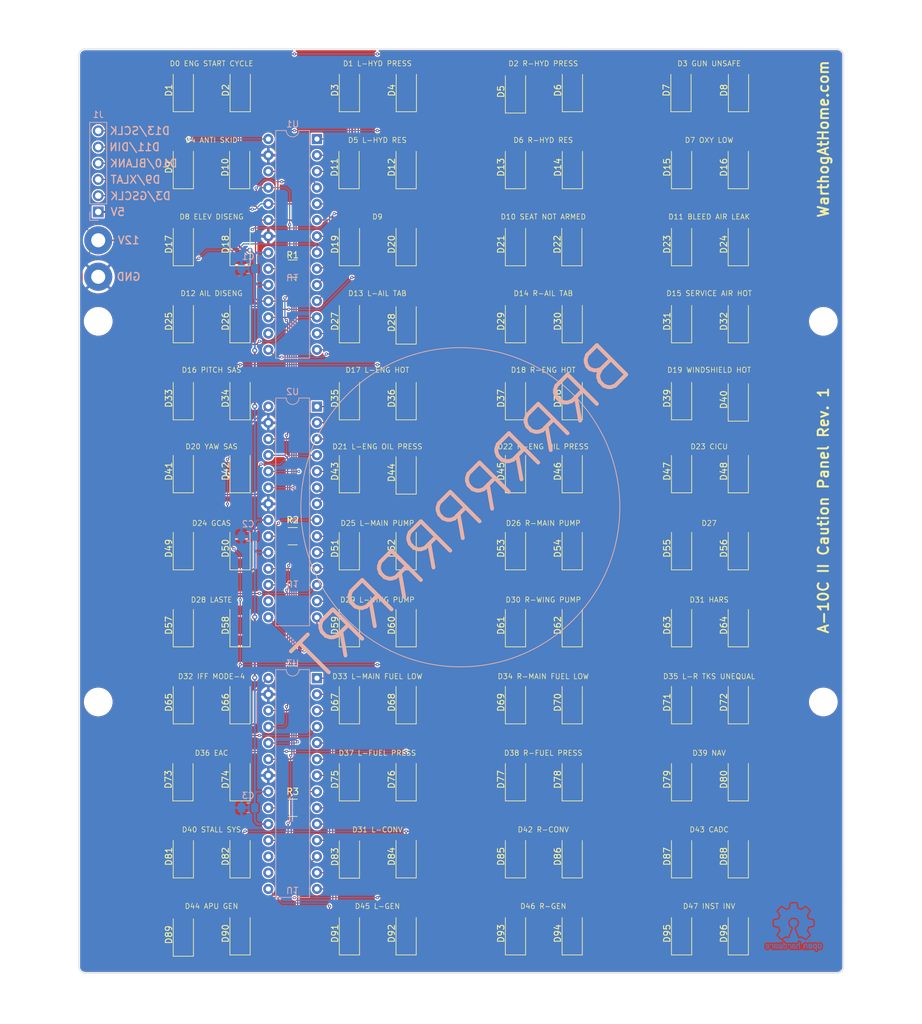
<source format=kicad_pcb>
(kicad_pcb (version 20211014) (generator pcbnew)
  (title_block (title "A-10C II Caution Panel") (date "2022-09-25") (rev "1"))
  (layers (0 "F.Cu" signal) (31 "B.Cu" signal) (34 "B.Paste" user) (35 "F.Paste" user) (36 "B.SilkS" user "B.Silkscreen") (37 "F.SilkS" user "F.Silkscreen") (38 "B.Mask" user) (39 "F.Mask" user) (44 "Edge.Cuts" user))
  (net 0 "")
  (net 1 "GND")
  (net 2 "+5V")
  (net 3 "D0")
  (net 4 "Net-(D1-Pad2)")
  (net 5 "+12V")
  (net 6 "D1")
  (net 7 "Net-(D3-Pad2)")
  (net 8 "D2")
  (net 9 "Net-(D5-Pad2)")
  (net 10 "D3")
  (net 11 "Net-(D7-Pad2)")
  (net 12 "D4")
  (net 13 "Net-(D10-Pad1)")
  (net 14 "D5")
  (net 15 "Net-(D11-Pad2)")
  (net 16 "D6")
  (net 17 "Net-(D13-Pad2)")
  (net 18 "D7")
  (net 19 "Net-(D15-Pad2)")
  (net 20 "D8")
  (net 21 "Net-(D17-Pad2)")
  (net 22 "D9")
  (net 23 "Net-(D19-Pad2)")
  (net 24 "D10")
  (net 25 "Net-(D21-Pad2)")
  (net 26 "D11")
  (net 27 "Net-(D23-Pad2)")
  (net 28 "D12")
  (net 29 "Net-(D25-Pad2)")
  (net 30 "D13")
  (net 31 "Net-(D27-Pad2)")
  (net 32 "D14")
  (net 33 "Net-(D29-Pad2)")
  (net 34 "D15")
  (net 35 "Net-(D31-Pad2)")
  (net 36 "D16")
  (net 37 "Net-(D33-Pad2)")
  (net 38 "D17")
  (net 39 "Net-(D35-Pad2)")
  (net 40 "D18")
  (net 41 "Net-(D37-Pad2)")
  (net 42 "D19")
  (net 43 "Net-(D39-Pad2)")
  (net 44 "D20")
  (net 45 "Net-(D41-Pad2)")
  (net 46 "D21")
  (net 47 "Net-(D43-Pad2)")
  (net 48 "D22")
  (net 49 "Net-(D45-Pad2)")
  (net 50 "D23")
  (net 51 "Net-(D47-Pad2)")
  (net 52 "D24")
  (net 53 "Net-(D49-Pad2)")
  (net 54 "D25")
  (net 55 "Net-(D51-Pad2)")
  (net 56 "D26")
  (net 57 "Net-(D53-Pad2)")
  (net 58 "D27")
  (net 59 "Net-(D55-Pad2)")
  (net 60 "D28")
  (net 61 "Net-(D57-Pad2)")
  (net 62 "D29")
  (net 63 "Net-(D59-Pad2)")
  (net 64 "D30")
  (net 65 "Net-(D61-Pad2)")
  (net 66 "D31")
  (net 67 "Net-(D63-Pad2)")
  (net 68 "D32")
  (net 69 "Net-(D65-Pad2)")
  (net 70 "D33")
  (net 71 "Net-(D67-Pad2)")
  (net 72 "D34")
  (net 73 "Net-(D69-Pad2)")
  (net 74 "D35")
  (net 75 "Net-(D71-Pad2)")
  (net 76 "D36")
  (net 77 "Net-(D73-Pad2)")
  (net 78 "D37")
  (net 79 "Net-(D75-Pad2)")
  (net 80 "D38")
  (net 81 "Net-(D77-Pad2)")
  (net 82 "D39")
  (net 83 "Net-(D79-Pad2)")
  (net 84 "D40")
  (net 85 "Net-(D81-Pad2)")
  (net 86 "D41")
  (net 87 "Net-(D83-Pad2)")
  (net 88 "D42")
  (net 89 "Net-(D85-Pad2)")
  (net 90 "D43")
  (net 91 "Net-(D87-Pad2)")
  (net 92 "D44")
  (net 93 "Net-(D89-Pad2)")
  (net 94 "D45")
  (net 95 "Net-(D91-Pad2)")
  (net 96 "D46")
  (net 97 "Net-(D93-Pad2)")
  (net 98 "D47")
  (net 99 "Net-(D95-Pad2)")
  (net 100 "Net-(R1-Pad2)")
  (net 101 "Net-(R2-Pad2)")
  (net 102 "Net-(R3-Pad2)")
  (net 104 "Net-(U1-Pad17)")
  (net 105 "GSCLK{slash}D3")
  (net 106 "BLANK{slash}D10")
  (net 107 "XLAT{slash}D9")
  (net 108 "SCLK{slash}D13")
  (net 109 "DIN{slash}D11")
  (net 111 "Net-(U2-Pad17)")
  (footprint "LED_SMD:LED_2010_5025Metric_Pad1.52x2.65mm_HandSolder" (layer "F.Cu") (at 86.6098 215.265 90)
    (fp_text reference "D91")
    (fp_text value "GREEN")
  )
  (footprint "LED_SMD:LED_2010_5025Metric_Pad1.52x2.65mm_HandSolder" (layer "F.Cu") (at 121.5348 215.265 90)
    (fp_text reference "D94")
    (fp_text value "GREEN")
  )
  (footprint "LED_SMD:LED_2010_5025Metric_Pad1.52x2.65mm_HandSolder" (layer "F.Cu") (at 147.5698 131.6475 90)
    (fp_text reference "D40")
    (fp_text value "GREEN")
  )
  (footprint "LED_SMD:LED_2010_5025Metric_Pad1.52x2.65mm_HandSolder" (layer "F.Cu") (at 121.474946 107.315 90)
    (fp_text reference "D22")
    (fp_text value "GREEN")
  )
  (footprint "LED_SMD:LED_2010_5025Metric_Pad1.52x2.65mm_HandSolder" (layer "F.Cu") (at 86.6098 203.25 90)
    (fp_text reference "D83")
    (fp_text value "GREEN")
  )
  (footprint "LED_SMD:LED_2010_5025Metric_Pad1.52x2.65mm_HandSolder" (layer "F.Cu") (at 112.6448 191.135 90)
    (fp_text reference "D77")
    (fp_text value "GREEN")
  )
  (footprint "Resistor_SMD:R_1210_3225Metric_Pad1.30x2.65mm_HandSolder" (layer "F.Cu") (at 77.7198 111.125 180)
    (fp_text reference "R1")
    (fp_text value "2K")
  )
  (footprint "MountingHole:MountingHole_2.2mm_M2_Pad" (layer "F.Cu") (at 47.2398 112.395)
    (fp_text reference "H2" hide)
    (fp_text value "GND")
  )
  (footprint "LED_SMD:LED_2010_5025Metric_Pad1.52x2.65mm_HandSolder" (layer "F.Cu") (at 121.5348 203.2 90)
    (fp_text reference "D86")
    (fp_text value "GREEN")
  )
  (footprint "LED_SMD:LED_2010_5025Metric_Pad1.52x2.65mm_HandSolder" (layer "F.Cu") (at 138.6798 215.265 90)
    (fp_text reference "D95")
    (fp_text value "GREEN")
  )
  (footprint "LED_SMD:LED_2010_5025Metric_Pad1.52x2.65mm_HandSolder" (layer "F.Cu") (at 112.6448 131.445 90)
    (fp_text reference "D37")
    (fp_text value "GREEN")
  )
  (footprint "LED_SMD:LED_2010_5025Metric_Pad1.52x2.65mm_HandSolder" (layer "F.Cu") (at 86.6098 191.135 90)
    (fp_text reference "D75")
    (fp_text value "GREEN")
  )
  (footprint "LED_SMD:LED_2010_5025Metric_Pad1.52x2.65mm_HandSolder" (layer "F.Cu") (at 121.5348 191.135 90)
    (fp_text reference "D78")
    (fp_text value "GREEN")
  )
  (footprint "LED_SMD:LED_2010_5025Metric_Pad1.52x2.65mm_HandSolder" (layer "F.Cu") (at 95.4998 95.25 90)
    (fp_text reference "D12")
    (fp_text value "GREEN")
  )
  (footprint "LED_SMD:LED_2010_5025Metric_Pad1.52x2.65mm_HandSolder" (layer "F.Cu") (at 60.5748 179.07 90)
    (fp_text reference "D65")
    (fp_text value "GREEN")
  )
  (footprint "LED_SMD:LED_2010_5025Metric_Pad1.52x2.65mm_HandSolder" (layer "F.Cu") (at 86.6098 179.07 90)
    (fp_text reference "D67")
    (fp_text value "GREEN")
  )
  (footprint "LED_SMD:LED_2010_5025Metric_Pad1.52x2.65mm_HandSolder" (layer "F.Cu") (at 95.4998 179.07 90)
    (fp_text reference "D68")
    (fp_text value "GREEN")
  )
  (footprint "LED_SMD:LED_2010_5025Metric_Pad1.52x2.65mm_HandSolder" (layer "F.Cu") (at 121.562726 83.185 90)
    (fp_text reference "D6")
    (fp_text value "GREEN")
  )
  (footprint "LED_SMD:LED_2010_5025Metric_Pad1.52x2.65mm_HandSolder" (layer "F.Cu") (at 147.5698 179.07 90)
    (fp_text reference "D72")
    (fp_text value "GREEN")
  )
  (footprint "LED_SMD:LED_2010_5025Metric_Pad1.52x2.65mm_HandSolder" (layer "F.Cu") (at 60.5748 107.315 90)
    (fp_text reference "D17")
    (fp_text value "GREEN")
  )
  (footprint "LED_SMD:LED_2010_5025Metric_Pad1.52x2.65mm_HandSolder" (layer "F.Cu") (at 138.6798 107.315 90)
    (fp_text reference "D23")
    (fp_text value "GREEN")
  )
  (footprint "LED_SMD:LED_2010_5025Metric_Pad1.52x2.65mm_HandSolder" (layer "F.Cu") (at 86.5998 154.95 90)
    (fp_text reference "D51")
    (fp_text value "GREEN")
  )
  (footprint "LED_SMD:LED_2010_5025Metric_Pad1.52x2.65mm_HandSolder" (layer "F.Cu") (at 60.5748 215.4675 90)
    (fp_text reference "D89")
    (fp_text value "GREEN")
  )
  (footprint "LED_SMD:LED_2010_5025Metric_Pad1.52x2.65mm_HandSolder" (layer "F.Cu") (at 86.6098 131.445 90)
    (fp_text reference "D35")
    (fp_text value "GREEN")
  )
  (footprint "LED_SMD:LED_2010_5025Metric_Pad1.52x2.65mm_HandSolder" (layer "F.Cu") (at 138.6798 119.38 90)
    (fp_text reference "D31")
    (fp_text value "GREEN")
  )
  (footprint "LED_SMD:LED_2010_5025Metric_Pad1.52x2.65mm_HandSolder" (layer "F.Cu") (at 138.6798 154.94 90)
    (fp_text reference "D55")
    (fp_text value "GREEN")
  )
  (footprint "LED_SMD:LED_2010_5025Metric_Pad1.52x2.65mm_HandSolder" (layer "F.Cu") (at 138.588052 83.185 90)
    (fp_text reference "D7")
    (fp_text value "GREEN")
  )
  (footprint "LED_SMD:LED_2010_5025Metric_Pad1.52x2.65mm_HandSolder" (layer "F.Cu") (at 112.6448 179.07 90)
    (fp_text reference "D69")
    (fp_text value "GREEN")
  )
  (footprint "MountingHole:MountingHole_4mm" (layer "F.Cu") (at 47.2398 179)
    (fp_text reference "H5" hide)
    (fp_text value "MountingHole")
  )
  (footprint "LED_SMD:LED_2010_5025Metric_Pad1.52x2.65mm_HandSolder" (layer "F.Cu") (at 69.492726 83.185 90)
    (fp_text reference "D2")
    (fp_text value "GREEN")
  )
  (footprint "LED_SMD:LED_2010_5025Metric_Pad1.52x2.65mm_HandSolder" (layer "F.Cu") (at 60.512629 191.135 90)
    (fp_text reference "D73")
    (fp_text value "GREEN")
  )
  (footprint "LED_SMD:LED_2010_5025Metric_Pad1.52x2.65mm_HandSolder" (layer "F.Cu") (at 86.54858 95.25 90)
    (fp_text reference "D11")
    (fp_text value "GREEN")
  )
  (footprint "LED_SMD:LED_2010_5025Metric_Pad1.52x2.65mm_HandSolder" (layer "F.Cu") (at 86.6098 119.38 90)
    (fp_text reference "D27")
    (fp_text value "GREEN")
  )
  (footprint "LED_SMD:LED_2010_5025Metric_Pad1.52x2.65mm_HandSolder" (layer "F.Cu") (at 138.6798 179.07 90)
    (fp_text reference "D71")
    (fp_text value "GREEN")
  )
  (footprint "LED_SMD:LED_2010_5025Metric_Pad1.52x2.65mm_HandSolder" (layer "F.Cu") (at 95.4998 203.2 90)
    (fp_text reference "D84")
    (fp_text value "GREEN")
  )
  (footprint "LED_SMD:LED_2010_5025Metric_Pad1.52x2.65mm_HandSolder" (layer "F.Cu") (at 112.6448 142.875 90)
    (fp_text reference "D45")
    (fp_text value "GREEN")
  )
  (footprint "LED_SMD:LED_2010_5025Metric_Pad1.52x2.65mm_HandSolder" (layer "F.Cu") (at 138.6798 95.25 90)
    (fp_text reference "D15")
    (fp_text value "GREEN")
  )
  (footprint "LED_SMD:LED_2010_5025Metric_Pad1.52x2.65mm_HandSolder" (layer "F.Cu") (at 121.5348 119.38 90)
    (fp_text reference "D30")
    (fp_text value "GREEN")
  )
  (footprint "LED_SMD:LED_2010_5025Metric_Pad1.52x2.65mm_HandSolder" (layer "F.Cu") (at 60.5748 167.005 90)
    (fp_text reference "D57")
    (fp_text value "GREEN")
  )
  (footprint "LED_SMD:LED_2010_5025Metric_Pad1.52x2.65mm_HandSolder" (layer "F.Cu") (at 112.6448 95.25 90)
    (fp_text reference "D13")
    (fp_text value "GREEN")
  )
  (footprint "LED_SMD:LED_2010_5025Metric_Pad1.52x2.65mm_HandSolder" (layer "F.Cu") (at 147.5698 154.94 90)
    (fp_text reference "D56")
    (fp_text value "GREEN")
  )
  (footprint "LED_SMD:LED_2010_5025Metric_Pad1.52x2.65mm_HandSolder" (layer "F.Cu") (at 86.6098 167.005 90)
    (fp_text reference "D59")
    (fp_text value "GREEN")
  )
  (footprint "LED_SMD:LED_2010_5025Metric_Pad1.52x2.65mm_HandSolder" (layer "F.Cu") (at 95.4998 215.265 90)
    (fp_text reference "D92")
    (fp_text value "GREEN")
  )
  (footprint "LED_SMD:LED_2010_5025Metric_Pad1.52x2.65mm_HandSolder" (layer "F.Cu") (at 95.4998 143.0775 90)
    (fp_text reference "D44")
    (fp_text value "GREEN")
  )
  (footprint "LED_SMD:LED_2010_5025Metric_Pad1.52x2.65mm_HandSolder" (layer "F.Cu") (at 138.6798 191.135 90)
    (fp_text reference "D79")
    (fp_text value "GREEN")
  )
  (footprint "LED_SMD:LED_2010_5025Metric_Pad1.52x2.65mm_HandSolder" (layer "F.Cu") (at 69.4648 119.38 90)
    (fp_text reference "D26")
    (fp_text value "GREEN")
  )
  (footprint "MountingHole:MountingHole_4mm" (layer "F.Cu") (at 160.9048 119.38)
    (fp_text reference "H4" hide)
    (fp_text value "MountingHole")
  )
  (footprint "LED_SMD:LED_2010_5025Metric_Pad1.52x2.65mm_HandSolder" (layer "F.Cu") (at 138.6798 167.005 90)
    (fp_text reference "D63")
    (fp_text value "GREEN")
  )
  (footprint "LED_SMD:LED_2010_5025Metric_Pad1.52x2.65mm_HandSolder" (layer "F.Cu") (at 95.4998 107.315 90)
    (fp_text reference "D20")
    (fp_text value "GREEN")
  )
  (footprint "LED_SMD:LED_2010_5025Metric_Pad1.52x2.65mm_HandSolder" (layer "F.Cu") (at 86.6098 142.875 90)
    (fp_text reference "D43")
    (fp_text value "GREEN")
  )
  (footprint "LED_SMD:LED_2010_5025Metric_Pad1.52x2.65mm_HandSolder" (layer "F.Cu") (at 69.4648 131.445 90)
    (fp_text reference "D34")
    (fp_text value "GREEN")
  )
  (footprint "LED_SMD:LED_2010_5025Metric_Pad1.52x2.65mm_HandSolder" (layer "F.Cu") (at 95.527726 83.185 90)
    (fp_text reference "D4")
    (fp_text value "GREEN")
  )
  (footprint "LED_SMD:LED_2010_5025Metric_Pad1.52x2.65mm_HandSolder" (layer "F.Cu") (at 121.5348 142.875 90)
    (fp_text reference "D46")
    (fp_text value "GREEN")
  )
  (footprint "MountingHole:MountingHole_4mm" (layer "F.Cu") (at 47.2398 119.38)
    (fp_text reference "H3" hide)
    (fp_text value "MountingHole")
  )
  (footprint "LED_SMD:LED_2010_5025Metric_Pad1.52x2.65mm_HandSolder" (layer "F.Cu") (at 121.5348 131.445 90)
    (fp_text reference "D38")
    (fp_text value "GREEN")
  )
  (footprint "Resistor_SMD:R_1210_3225Metric_Pad1.30x2.65mm_HandSolder" (layer "F.Cu") (at 77.7198 195.58 180)
    (fp_text reference "R3")
    (fp_text value "2K")
  )
  (footprint "LED_SMD:LED_2010_5025Metric_Pad1.52x2.65mm_HandSolder" (layer "F.Cu") (at 112.6448 107.315 90)
    (fp_text reference "D21")
    (fp_text value "GREEN")
  )
  (footprint "LED_SMD:LED_2010_5025Metric_Pad1.52x2.65mm_HandSolder" (layer "F.Cu") (at 60.5748 154.94 90)
    (fp_text reference "D49")
    (fp_text value "GREEN")
  )
  (footprint "LED_SMD:LED_2010_5025Metric_Pad1.52x2.65mm_HandSolder" (layer "F.Cu") (at 95.4998 131.445 90)
    (fp_text reference "D36")
    (fp_text value "GREEN")
  )
  (footprint "LED_SMD:LED_2010_5025Metric_Pad1.52x2.65mm_HandSolder" (layer "F.Cu") (at 60.5748 83.185 90)
    (fp_text reference "D1")
    (fp_text value "GREEN")
  )
  (footprint "LED_SMD:LED_2010_5025Metric_Pad1.52x2.65mm_HandSolder" (layer "F.Cu") (at 69.4648 107.315 90)
    (fp_text reference "D18")
    (fp_text value "GREEN")
  )
  (footprint "LED_SMD:LED_2010_5025Metric_Pad1.52x2.65mm_HandSolder" (layer "F.Cu") (at 121.562726 95.25 90)
    (fp_text reference "D14")
    (fp_text value "GREEN")
  )
  (footprint "LED_SMD:LED_2010_5025Metric_Pad1.52x2.65mm_HandSolder" (layer "F.Cu") (at 60.5748 203.2 90)
    (fp_text reference "D81")
    (fp_text value "GREEN")
  )
  (footprint "LED_SMD:LED_2010_5025Metric_Pad1.52x2.65mm_HandSolder" (layer "F.Cu") (at 121.5348 179.07 90)
    (fp_text reference "D70")
    (fp_text value "GREEN")
  )
  (footprint "MountingHole:MountingHole_2.2mm_M2_Pad" (layer "F.Cu") (at 47.2398 106.68)
    (fp_text reference "H1" hide)
    (fp_text value "12V")
  )
  (footprint "LED_SMD:LED_2010_5025Metric_Pad1.52x2.65mm_HandSolder" (layer "F.Cu") (at 69.404946 95.25 90)
    (fp_text reference "D10")
    (fp_text value "GREEN")
  )
  (footprint "LED_SMD:LED_2010_5025Metric_Pad1.52x2.65mm_HandSolder" (layer "F.Cu") (at 69.4648 142.875 90)
    (fp_text reference "D42")
    (fp_text value "GREEN")
  )
  (footprint "LED_SMD:LED_2010_5025Metric_Pad1.52x2.65mm_HandSolder" (layer "F.Cu") (at 147.5698 119.38 90)
    (fp_text reference "D32")
    (fp_text value "GREEN")
  )
  (footprint "MountingHole:MountingHole_4mm" (layer "F.Cu") (at 160.9048 179)
    (fp_text reference "H6" hide)
    (fp_text value "MountingHole")
  )
  (footprint "LED_SMD:LED_2010_5025Metric_Pad1.52x2.65mm_HandSolder" (layer "F.Cu") (at 147.5698 191.135 90)
    (fp_text reference "D80")
    (fp_text value "GREEN")
  )
  (footprint "LED_SMD:LED_2010_5025Metric_Pad1.52x2.65mm_HandSolder" (layer "F.Cu") (at 147.5698 142.875 90)
    (fp_text reference "D48")
    (fp_text value "GREEN")
  )
  (footprint "LED_SMD:LED_2010_5025Metric_Pad1.52x2.65mm_HandSolder" (layer "F.Cu") (at 147.5698 95.25 90)
    (fp_text reference "D16")
    (fp_text value "GREEN")
  )
  (footprint "LED_SMD:LED_2010_5025Metric_Pad1.52x2.65mm_HandSolder" (layer "F.Cu") (at 121.5348 167.005 90)
    (fp_text reference "D62")
    (fp_text value "GREEN")
  )
  (footprint "LED_SMD:LED_2010_5025Metric_Pad1.52x2.65mm_HandSolder" (layer "F.Cu") (at 60.5748 119.38 90)
    (fp_text reference "D25")
    (fp_text value "GREEN")
  )
  (footprint "LED_SMD:LED_2010_5025Metric_Pad1.52x2.65mm_HandSolder" (layer "F.Cu") (at 86.6098 83.185 90)
    (fp_text reference "D3")
    (fp_text value "GREEN")
  )
  (footprint "LED_SMD:LED_2010_5025Metric_Pad1.52x2.65mm_HandSolder" (layer "F.Cu") (at 138.6798 142.875 90)
    (fp_text reference "D47")
    (fp_text value "GREEN")
  )
  (footprint "Resistor_SMD:R_1210_3225Metric_Pad1.30x2.65mm_HandSolder" (layer "F.Cu") (at 77.7198 153.035 180)
    (fp_text reference "R2")
    (fp_text value "2K")
  )
  (footprint "LED_SMD:LED_2010_5025Metric_Pad1.52x2.65mm_HandSolder" (layer "F.Cu") (at 147.597726 83.185 90)
    (fp_text reference "D8")
    (fp_text value "GREEN")
  )
  (footprint "LED_SMD:LED_2010_5025Metric_Pad1.52x2.65mm_HandSolder" (layer "F.Cu") (at 69.4648 215.265 90)
    (fp_text reference "D90")
    (fp_text value "GREEN")
  )
  (footprint "LED_SMD:LED_2010_5025Metric_Pad1.52x2.65mm_HandSolder" (layer "F.Cu") (at 86.6098 107.315 90)
    (fp_text reference "D19")
    (fp_text value "GREEN")
  )
  (footprint "LED_SMD:LED_2010_5025Metric_Pad1.52x2.65mm_HandSolder" (layer "F.Cu") (at 60.5748 142.875 90)
    (fp_text reference "D41")
    (fp_text value "GREEN")
  )
  (footprint "LED_SMD:LED_2010_5025Metric_Pad1.52x2.65mm_HandSolder" (layer "F.Cu") (at 95.4998 191.135 90)
    (fp_text reference "D76")
    (fp_text value "GREEN")
  )
  (footprint "LED_SMD:LED_2010_5025Metric_Pad1.52x2.65mm_HandSolder" (layer "F.Cu") (at 112.6448 167.005 90)
    (fp_text reference "D61")
    (fp_text value "GREEN")
  )
  (footprint "LED_SMD:LED_2010_5025Metric_Pad1.52x2.65mm_HandSolder" (layer "F.Cu") (at 69.4648 167.005 90)
    (fp_text reference "D58")
    (fp_text value "GREEN")
  )
  (footprint "LED_SMD:LED_2010_5025Metric_Pad1.52x2.65mm_HandSolder" (layer "F.Cu") (at 69.4648 191.135 90)
    (fp_text reference "D74")
    (fp_text value "GREEN")
  )
  (footprint "LED_SMD:LED_2010_5025Metric_Pad1.52x2.65mm_HandSolder" (layer "F.Cu") (at 60.5748 95.25 90)
    (fp_text reference "D9")
    (fp_text value "GREEN")
  )
  (footprint "LED_SMD:LED_2010_5025Metric_Pad1.52x2.65mm_HandSolder" (layer "F.Cu") (at 112.6448 83.3875 90)
    (fp_text reference "D5")
    (fp_text value "GREEN")
  )
  (footprint "LED_SMD:LED_2010_5025Metric_Pad1.52x2.65mm_HandSolder" (layer "F.Cu") (at 121.5348 154.94 90)
    (fp_text reference "D54")
    (fp_text value "GREEN")
  )
  (footprint "LED_SMD:LED_2010_5025Metric_Pad1.52x2.65mm_HandSolder" (layer "F.Cu") (at 147.5698 107.315 90)
    (fp_text reference "D24")
    (fp_text value "GREEN")
  )
  (footprint "LED_SMD:LED_2010_5025Metric_Pad1.52x2.65mm_HandSolder" (layer "F.Cu") (at 112.6448 119.38 90)
    (fp_text reference "D29")
    (fp_text value "GREEN")
  )
  (footprint "LED_SMD:LED_2010_5025Metric_Pad1.52x2.65mm_HandSolder" (layer "F.Cu") (at 69.4648 154.94 90)
    (fp_text reference "D50")
    (fp_text value "GREEN")
  )
  (footprint "LED_SMD:LED_2010_5025Metric_Pad1.52x2.65mm_HandSolder" (layer "F.Cu") (at 95.4998 167.005 90)
    (fp_text reference "D60")
    (fp_text value "GREEN")
  )
  (footprint "LED_SMD:LED_2010_5025Metric_Pad1.52x2.65mm_HandSolder" (layer "F.Cu") (at 147.5698 167.005 90)
    (fp_text reference "D64")
    (fp_text value "GREEN")
  )
  (footprint "LED_SMD:LED_2010_5025Metric_Pad1.52x2.65mm_HandSolder" (layer "F.Cu") (at 95.4998 119.5825 90)
    (fp_text reference "D28")
    (fp_text value "GREEN")
  )
  (footprint "LED_SMD:LED_2010_5025Metric_Pad1.52x2.65mm_HandSolder" (layer "F.Cu") (at 138.6798 203.2 90)
    (fp_text reference "D87")
    (fp_text value "GREEN")
  )
  (footprint "LED_SMD:LED_2010_5025Metric_Pad1.52x2.65mm_HandSolder" (layer "F.Cu") (at 138.6798 131.445 90)
    (fp_text reference "D39")
    (fp_text value "GREEN")
  )
  (footprint "LED_SMD:LED_2010_5025Metric_Pad1.52x2.65mm_HandSolder" (layer "F.Cu") (at 147.5698 203.2 90)
    (fp_text reference "D88")
    (fp_text value "GREEN")
  )
  (footprint "LED_SMD:LED_2010_5025Metric_Pad1.52x2.65mm_HandSolder" (layer "F.Cu") (at 60.5748 131.445 90)
    (fp_text reference "D33")
    (fp_text value "GREEN")
  )
  (footprint "LED_SMD:LED_2010_5025Metric_Pad1.52x2.65mm_HandSolder" (layer "F.Cu") (at 147.5698 215.265 90)
    (fp_text reference "D96")
    (fp_text value "GREEN")
  )
  (footprint "LED_SMD:LED_2010_5025Metric_Pad1.52x2.65mm_HandSolder" (layer "F.Cu") (at 112.6448 203.2 90)
    (fp_text reference "D85")
    (fp_text value "GREEN")
  )
  (footprint "LED_SMD:LED_2010_5025Metric_Pad1.52x2.65mm_HandSolder" (layer "F.Cu") (at 69.4648 203.2 90)
    (fp_text reference "D82")
    (fp_text value "GREEN")
  )
  (footprint "LED_SMD:LED_2010_5025Metric_Pad1.52x2.65mm_HandSolder" (layer "F.Cu") (at 112.6448 215.265 90)
    (fp_text reference "D93")
    (fp_text value "GREEN")
  )
  (footprint "LED_SMD:LED_2010_5025Metric_Pad1.52x2.65mm_HandSolder" (layer "F.Cu") (at 112.6448 154.94 90)
    (fp_text reference "D53")
    (fp_text value "GREEN")
  )
  (footprint "LED_SMD:LED_2010_5025Metric_Pad1.52x2.65mm_HandSolder" (layer "F.Cu") (at 95.4998 154.94 90)
    (fp_text reference "D52")
    (fp_text value "GREEN")
  )
  (footprint "LED_SMD:LED_2010_5025Metric_Pad1.52x2.65mm_HandSolder" (layer "F.Cu") (at 69.4648 179.07 90)
    (fp_text reference "D66")
    (fp_text value "GREEN")
  )
  (footprint "Package_DIP:DIP-28_W7.62mm" (layer "B.Cu") (at 81.5198 132.725 180)
    (fp_text reference "U2")
    (fp_text value "TLC5940NT")
  )
  (footprint "Package_DIP:DIP-28_W7.62mm" (layer "B.Cu") (at 81.5198 90.815 180)
    (fp_text reference "U1")
    (fp_text value "TLC5940NT")
  )
  (footprint "Package_DIP:DIP-28_W7.62mm" (layer "B.Cu") (at 81.5198 175.27 180)
    (fp_text reference "U3")
    (fp_text value "TLC5940NT")
  )
  (footprint "Symbol:OSHW-Logo2_9.8x8mm_Copper" (layer "B.Cu") (at 156.25 214.25 180)
    (fp_text reference "REF**" hide)
    (fp_text value "OSHW-Logo2_9.8x8mm_Copper" hide)
  )
  (footprint "Capacitor_SMD:C_0805_2012Metric_Pad1.18x1.45mm_HandSolder" (layer "B.Cu") (at 70.7348 195.58)
    (fp_text reference "C3")
    (fp_text value "100N")
  )
  (footprint "Connector_PinHeader_2.54mm:PinHeader_1x06_P2.54mm_Vertical" (layer "B.Cu") (at 47.2398 102.235)
    (fp_text reference "J1")
    (fp_text value "Conn_01x06_Male")
  )
  (footprint "Capacitor_SMD:C_0805_2012Metric_Pad1.18x1.45mm_HandSolder" (layer "B.Cu") (at 70.7348 111.125)
    (fp_text reference "C1")
    (fp_text value "100N")
  )
  (footprint "Capacitor_SMD:C_0805_2012Metric_Pad1.18x1.45mm_HandSolder" (layer "B.Cu") (at 70.7348 153.035)
    (fp_text reference "C2")
    (fp_text value "100N")
  )
  (gr_circle (center 104 148.5) (end 129 148.5) (layer "B.SilkS") (width 0.127) (fill none))
  (gr_line (start 164.0798 77.724) (end 164.084 220.472) (layer "Edge.Cuts") (width 0.1016))
  (gr_arc (start 45.212 221.488) (mid 44.49358 221.19042) (end 44.196 220.472) (layer "Edge.Cuts") (width 0.1016))
  (gr_arc (start 163.068 76.708) (mid 163.784937 77.005835) (end 164.0798 77.724) (layer "Edge.Cuts") (width 0.1016))
  (gr_arc (start 164.084 220.472) (mid 163.78642 221.19042) (end 163.068 221.488) (layer "Edge.Cuts") (width 0.1016))
  (gr_line (start 163.068 221.488) (end 45.212 221.488) (layer "Edge.Cuts") (width 0.1016))
  (gr_arc (start 44.196 77.724) (mid 44.49358 77.00558) (end 45.212 76.708) (layer "Edge.Cuts") (width 0.1016))
  (gr_line (start 45.212 76.708) (end 163.068 76.708) (layer "Edge.Cuts") (width 0.1016))
  (gr_line (start 44.196 220.472) (end 44.196 77.724) (layer "Edge.Cuts") (width 0.1016))
  (gr_text "U1" (at 77.7098 208.485 -180) (layer "B.SilkS") (effects (font (size 1 1)) (justify mirror)))
  (gr_text "U1" (at 77.7098 112.485 -180) (layer "B.SilkS") (effects (font (size 1 1)) (justify mirror)))
  (gr_text "U1" (at 77.7098 160.485 -180) (layer "B.SilkS") (effects (font (size 1 1)) (justify mirror)))
  (gr_text "BRRRRRRRRRT" (at 104.25 149.25 45) (layer "B.SilkS") (effects (font (size 6.5024 6.5024) (thickness 0.6096)) (justify mirror)))
  (gr_text "D5 L-HYD RES" (at 91 91) (layer "F.SilkS") (effects (font (size 0.8128 0.8128) (thickness 0.1016))))
  (gr_text "D45 L-GEN" (at 91 211) (layer "F.SilkS") (effects (font (size 0.8128 0.8128) (thickness 0.1016))))
  (gr_text "D19 WINDSHIELD HOT" (at 143 127) (layer "F.SilkS") (effects (font (size 0.8128 0.8128) (thickness 0.1016))))
  (gr_text "D46 R-GEN" (at 117 211) (layer "F.SilkS") (effects (font (size 0.8128 0.8128) (thickness 0.1016))))
  (gr_text "D37 L-FUEL PRESS" (at 91 187) (layer "F.SilkS") (effects (font (size 0.8128 0.8128) (thickness 0.1016))))
  (gr_text "D29 L-WING PUMP" (at 91 163) (layer "F.SilkS") (effects (font (size 0.8128 0.8128) (thickness 0.1016))))
  (gr_text "D33 L-MAIN FUEL LOW" (at 91 175) (layer "F.SilkS") (effects (font (size 0.8128 0.8128) (thickness 0.1016))))
  (gr_text "D43 CADC" (at 143 199) (layer "F.SilkS") (effects (font (size 0.8128 0.8128) (thickness 0.1016))))
  (gr_text "D4 ANTI SKID" (at 65 91) (layer "F.SilkS") (effects (font (size 0.8128 0.8128) (thickness 0.1016))))
  (gr_text "D16 PITCH SAS" (at 65 127) (layer "F.SilkS") (effects (font (size 0.8128 0.8128) (thickness 0.1016))))
  (gr_text "D20 YAW SAS" (at 65 139) (layer "F.SilkS") (effects (font (size 0.8128 0.8128) (thickness 0.1016))))
  (gr_text "${TITLE} Rev. ${REVISION}" (at 160.9048 149 90) (layer "F.SilkS") (effects (font (size 1.6256 1.6256) (thickness 0.3048))))
  (gr_text "D3 GUN UNSAFE" (at 143 79) (layer "F.SilkS") (effects (font (size 0.8128 0.8128) (thickness 0.1016))))
  (gr_text "D36 EAC" (at 65 187) (layer "F.SilkS") (effects (font (size 0.8128 0.8128) (thickness 0.1016))))
  (gr_text "D34 R-MAIN FUEL LOW" (at 117 175) (layer "F.SilkS") (effects (font (size 0.8128 0.8128) (thickness 0.1016))))
  (gr_text "D12 AIL DISENG" (at 65 115) (layer "F.SilkS") (effects (font (size 0.8128 0.8128) (thickness 0.1016))))
  (gr_text "D22 R-ENG OIL PRESS" (at 117 139) (layer "F.SilkS") (effects (font (size 0.8128 0.8128) (thickness 0.1016))))
  (gr_text "D13 L-AIL TAB" (at 91 115) (layer "F.SilkS") (effects (font (size 0.8128 0.8128) (thickness 0.1016))))
  (gr_text "D11 BLEED AIR LEAK" (at 143 103) (layer "F.SilkS") (effects (font (size 0.8128 0.8128) (thickness 0.1016))))
  (gr_text "D44 APU GEN" (at 65 211) (layer "F.SilkS") (effects (font (size 0.8128 0.8128) (thickness 0.1016))))
  (gr_text "D2 R-HYD PRESS" (at 117 79) (layer "F.SilkS") (effects (font (size 0.8128 0.8128) (thickness 0.1016))))
  (gr_text "D39 NAV" (at 143 187) (layer "F.SilkS") (effects (font (size 0.8128 0.8128) (thickness 0.1016))))
  (gr_text "WarthogAtHome.com" (at 160.9048 90.821597 90) (layer "F.SilkS") (effects (font (size 1.6256 1.6256) (thickness 0.3048))))
  (gr_text "D24 GCAS" (at 65 151) (layer "F.SilkS") (effects (font (size 0.8128 0.8128) (thickness 0.1016))))
  (gr_text "D28 LASTE" (at 65 163) (layer "F.SilkS") (effects (font (size 0.8128 0.8128) (thickness 0.1016))))
  (gr_text "D35 L-R TKS UNEQUAL" (at 143 175) (layer "F.SilkS") (effects (font (size 0.8128 0.8128) (thickness 0.1016))))
  (gr_text "D7 OXY LOW" (at 143 91) (layer "F.SilkS") (effects (font (size 0.8128 0.8128) (thickness 0.1016))))
  (gr_text "D32 IFF MODE-4" (at 65 175) (layer "F.SilkS") (effects (font (size 0.8128 0.8128) (thickness 0.1016))))
  (gr_text "D8 ELEV DISENG" (at 65 103) (layer "F.SilkS") (effects (font (size 0.8128 0.8128) (thickness 0.1016))))
  (gr_text "D31 L-CONV" (at 91 199) (layer "F.SilkS") (effects (font (size 0.8128 0.8128) (thickness 0.1016))))
  (gr_text "D15 SERVICE AIR HOT" (at 143 115) (layer "F.SilkS") (effects (font (size 0.8128 0.8128) (thickness 0.1016))))
  (gr_text "D1 L-HYD PRESS" (at 91 79) (layer "F.SilkS") (effects (font (size 0.8128 0.8128) (thickness 0.1016))))
  (gr_text "D0 ENG START CYCLE" (at 65 79) (layer "F.SilkS") (effects (font (size 0.8128 0.8128) (thickness 0.1016))))
  (gr_text "D6 R-HYD RES" (at 117 91) (layer "F.SilkS") (effects (font (size 0.8128 0.8128) (thickness 0.1016))))
  (gr_text "D14 R-AIL TAB" (at 117 115) (layer "F.SilkS") (effects (font (size 0.8128 0.8128) (thickness 0.1016))))
  (gr_text "D18 R-ENG HOT" (at 117 127) (layer "F.SilkS") (effects (font (size 0.8128 0.8128) (thickness 0.1016))))
  (gr_text "D42 R-CONV" (at 117 199) (layer "F.SilkS") (effects (font (size 0.8128 0.8128) (thickness 0.1016))))
  (gr_text "D26 R-MAIN PUMP" (at 117 151) (layer "F.SilkS") (effects (font (size 0.8128 0.8128) (thickness 0.1016))))
  (gr_text "D38 R-FUEL PRESS" (at 117 187) (layer "F.SilkS") (effects (font (size 0.8128 0.8128) (thickness 0.1016))))
  (gr_text "D23 CICU" (at 143 139) (layer "F.SilkS") (effects (font (size 0.8128 0.8128) (thickness 0.1016))))
  (gr_text "D21 L-ENG OIL PRESS" (at 91 139) (layer "F.SilkS") (effects (font (size 0.8128 0.8128) (thickness 0.1016))))
  (gr_text "D9" (at 91 103) (layer "F.SilkS") (effects (font (size 0.8128 0.8128) (thickness 0.1016))))
  (gr_text "D17 L-ENG HOT" (at 91 127) (layer "F.SilkS") (effects (font (size 0.8128 0.8128) (thickness 0.1016))))
  (gr_text "D47 INST INV" (at 143 211) (layer "F.SilkS") (effects (font (size 0.8128 0.8128) (thickness 0.1016))))
  (gr_text "D10 SEAT NOT ARMED" (at 117 103) (layer "F.SilkS") (effects (font (size 0.8128 0.8128) (thickness 0.1016))))
  (gr_text "D27" (at 143 151) (layer "F.SilkS") (effects (font (size 0.8128 0.8128) (thickness 0.1016))))
  (gr_text "D25 L-MAIN PUMP" (at 91 151) (layer "F.SilkS") (effects (font (size 0.8128 0.8128) (thickness 0.1016))))
  (gr_text "D30 R-WING PUMP" (at 117 163) (layer "F.SilkS") (effects (font (size 0.8128 0.8128) (thickness 0.1016))))
  (gr_text "D31 HARS" (at 143 163) (layer "F.SilkS") (effects (font (size 0.8128 0.8128) (thickness 0.1016))))
  (gr_text "D40 STALL SYS" (at 65 199) (layer "F.SilkS") (effects (font (size 0.8128 0.8128) (thickness 0.1016))))
  (segment (start 70 108.25) (end 64.565 102.815) (width 0.3048) (layer "F.Cu") (net 2))
  (segment (start 71.7723 175.1925) (end 71.7723 165.6925) (width 0.3048) (layer "F.Cu") (net 2))
  (segment (start 71 108.25) (end 70 108.25) (width 0.3048) (layer "F.Cu") (net 2))
  (segment (start 71.7723 132.6925) (end 71.7723 123.9425) (width 0.3048) (layer "F.Cu") (net 2))
  (segment (start 49.8998 102.815) (end 49.3198 102.235) (width 0.3048) (layer "F.Cu") (net 2))
  (segment (start 64.565 102.815) (end 49.8998 102.815) (width 0.3048) (layer "F.Cu") (net 2))
  (segment (start 49.3198 102.235) (end 47.2398 102.235) (width 0.3048) (layer "F.Cu") (net 2))
  (via (at 71 108.25) (size 0.8128) (drill 0.4064) (layers "F.Cu" "B.Cu") (net 2))
  (via (at 71.7723 132.6925) (size 0.8128) (drill 0.4064) (layers "F.Cu" "B.Cu") (net 2))
  (via (at 71.7723 175.1925) (size 0.8128) (drill 0.4064) (layers "F.Cu" "B.Cu") (net 2))
  (via (at 71.7723 165.6925) (size 0.8128) (drill 0.4064) (layers "F.Cu" "B.Cu") (net 2))
  (via (at 71.7723 123.9425) (size 0.8128) (drill 0.4064) (layers "F.Cu" "B.Cu") (net 2))
  (segment (start 71.7723 154.4425) (end 71.7723 154.9375) (width 0.3048) (layer "B.Cu") (net 2))
  (segment (start 71.7723 113.1875) (end 71.7723 123.9425) (width 0.3048) (layer "B.Cu") (net 2))
  (segment (start 72.2148 198.13) (end 71.7723 197.6875) (width 0.3048) (layer "B.Cu") (net 2))
  (segment (start 71.7723 113.1875) (end 72.2598 113.675) (width 0.3048) (layer "B.Cu") (net 2))
  (segment (start 71.7723 153.035) (end 71.7723 154.4425) (width 0.3048) (layer "B.Cu") (net 2))
  (segment (start 71.7723 108.9425) (end 72.1198 108.595) (width 0.3048) (layer "B.Cu") (net 2))
  (segment (start 71.7723 154.9375) (end 71.7723 155.1875) (width 0.3048) (layer "B.Cu") (net 2))
  (segment (start 72.2598 113.675) (end 73.8998 113.675) (width 0.3048) (layer "B.Cu") (net 2))
  (segment (start 72.1648 193.05) (end 71.7723 193.4425) (width 0.3048) (layer "B.Cu") (net 2))
  (segment (start 73.8998 150.505) (end 72.2098 150.505) (width 0.3048) (layer "B.Cu") (net 2))
  (segment (start 71.7723 155.1875) (end 72.1698 155.585) (width 0.3048) (layer "B.Cu") (net 2))
  (segment (start 71.7723 175.1925) (end 71.7723 194.1925) (width 0.3048) (layer "B.Cu") (net 2))
  (segment (start 71.7723 194.1925) (end 71.7723 195.58) (width 0.3048) (layer "B.Cu") (net 2))
  (segment (start 71.7723 197.6875) (end 71.7723 195.58) (width 0.3048) (layer "B.Cu") (net 2))
  (segment (start 71.7723 111.125) (end 71.7723 108.9425) (width 0.3048) (layer "B.Cu") (net 2))
  (segment (start 71.7723 193.6875) (end 71.7723 194.1925) (width 0.3048) (layer "B.Cu") (net 2))
  (segment (start 71.7723 165.6925) (end 71.7723 154.4425) (width 0.3048) (layer "B.Cu") (net 2))
  (segment (start 71.7723 193.4425) (end 71.7723 193.6875) (width 0.3048) (layer "B.Cu") (net 2))
  (segment (start 72.2098 150.505) (end 71.7773 150.9375) (width 0.3048) (layer "B.Cu") (net 2))
  (segment (start 71.7773 150.9375) (end 71.7723 150.9375) (width 0.3048) (layer "B.Cu") (net 2))
  (segment (start 73.8998 198.13) (end 72.2148 198.13) (width 0.3048) (layer "B.Cu") (net 2))
  (segment (start 71 108.25) (end 71.0798 108.25) (width 0.3048) (layer "B.Cu") (net 2))
  (segment (start 72.1198 108.595) (end 73.8998 108.595) (width 0.3048) (layer "B.Cu") (net 2))
  (segment (start 71.7723 111.125) (end 71.7723 113.1875) (width 0.3048) (layer "B.Cu") (net 2))
  (segment (start 72.1698 155.585) (end 73.8998 155.585) (width 0.3048) (layer "B.Cu") (net 2))
  (segment (start 71.7723 132.6925) (end 71.7723 151.1875) (width 0.3048) (layer "B.Cu") (net 2))
  (segment (start 71.0798 108.25) (end 71.7723 108.9425) (width 0.3048) (layer "B.Cu") (net 2))
  (segment (start 71.7723 153.035) (end 71.7723 151.1875) (width 0.3048) (layer "B.Cu") (net 2))
  (segment (start 71.7723 151.1875) (end 71.7723 150.9375) (width 0.3048) (layer "B.Cu") (net 2))
  (segment (start 73.8998 193.05) (end 72.1648 193.05) (width 0.3048) (layer "B.Cu") (net 2))
  (segment (start 61.3998 90.815) (end 60.5748 89.99) (width 0.1778) (layer "F.Cu") (net 3))
  (segment (start 60.5748 89.99) (end 60.5748 85.5225) (width 0.1778) (layer "F.Cu") (net 3))
  (via (at 61.3998 90.815) (size 0.508) (drill 0.2032) (layers "F.Cu" "B.Cu") (net 3))
  (segment (start 73.8998 90.815) (end 61.3998 90.815) (width 0.1778) (layer "B.Cu") (net 3))
  (segment (start 69.492726 85.5225) (end 67.285226 83.315) (width 0.1778) (layer "F.Cu") (net 4))
  (segment (start 67.285226 83.315) (end 63.0423 83.315) (width 0.1778) (layer "F.Cu") (net 4))
  (segment (start 63.0423 83.315) (end 60.5748 80.8475) (width 0.1778) (layer "F.Cu") (net 4))
  (segment (start 147.5698 140.5375) (end 147.6352 140.4721) (width 0.1778) (layer "F.Cu") (net 5))
  (segment (start 121.5348 152.6025) (end 121.5348 149.0348) (width 0.1778) (layer "F.Cu") (net 5))
  (segment (start 95.43 176.5) (end 95.43 173.1525) (width 0.1778) (layer "F.Cu") (net 5))
  (segment (start 155.8648 138.1352) (end 156 138) (width 0.1778) (layer "F.Cu") (net 5))
  (segment (start 147.5 102.5) (end 156 102.5) (width 0.1778) (layer "F.Cu") (net 5))
  (segment (start 121.6352 138.1352) (end 147.6352 138.1352) (width 0.1778) (layer "F.Cu") (net 5))
  (segment (start 91 209.6525) (end 91.1525 209.5) (width 0.1778) (layer "F.Cu") (net 5))
  (segment (start 95.5 199.25) (end 121.5 199.25) (width 0.1778) (layer "F.Cu") (net 5))
  (segment (start 69.402274 126.250226) (end 69.402274 129.492726) (width 0.1778) (layer "F.Cu") (net 5))
  (segment (start 95.527726 80.8475) (end 95.527726 77.5) (width 0.1778) (layer "F.Cu") (net 5))
  (segment (start 95.4998 164.6675) (end 95.4998 161.5002) (width 0.1778) (layer "F.Cu") (net 5))
  (segment (start 77.0948 117.5) (end 73.25 117.5) (width 0.1778) (layer "F.Cu") (net 5))
  (segment (start 73.25 117.5) (end 72.7925 117.0425) (width 0.1778) (layer "F.Cu") (net 5))
  (segment (start 69.402274 209.6525) (end 78 209.6525) (width 0.1778) (layer "F.Cu") (net 5))
  (segment (start 95.43 129.5) (end 95.43 126.1525) (width 0.1778) (layer "F.Cu") (net 5))
  (segment (start 69.5 117.0073) (end 69.4648 117.0425) (width 0.1778) (layer "F.Cu") (net 5))
  (segment (start 69.4648 188.7975) (end 69.4648 187.0352) (width 0.1778) (layer "F.Cu") (net 5))
  (segment (start 121.465 92.8475) (end 121.465 89.5) (width 0.1778) (layer "F.Cu") (net 5))
  (segment (start 57 112.5) (end 69.5 112.5) (width 0.1778) (layer "F.Cu") (net 5))
  (segment (start 72.7925 117.0425) (end 69.4648 117.0425) (width 0.1778) (layer "F.Cu") (net 5))
  (segment (start 147.5698 104.9775) (end 147.5698 102.5698) (width 0.1778) (layer "F.Cu") (net 5))
  (segment (start 147.5 199.25) (end 156 199.25) (width 0.1778) (layer "F.Cu") (net 5))
  (segment (start 91 89.5) (end 156 89.5) (width 0.1778) (layer "F.Cu") (net 5))
  (segment (start 95.4998 104.9775) (end 95.4998 102.5002) (width 0.1778) (layer "F.Cu") (net 5))
  (segment (start 147.5698 102.5698) (end 147.5 102.5) (width 0.1778) (layer "F.Cu") (net 5))
  (segment (start 69.402274 89.5) (end 78 89.5) (width 0.1778) (layer "F.Cu") (net 5))
  (segment (start 147.5698 112.5698) (end 147.5 112.5) (width 0.1778) (layer "F.Cu") (net 5))
  (segment (start 147.5698 161.5698) (end 147.5 161.5) (width 0.1778) (layer "F.Cu") (net 5))
  (segment (start 44.704 104.1442) (end 44.704 78.296) (width 0.1778) (layer "F.Cu") (net 5))
  (segment (start 69.5 126.1525) (end 69.402274 126.250226) (width 0.1778) (layer "F.Cu") (net 5))
  (segment (start 69.75 186.75) (end 76.75 186.75) (width 0.1778) (layer "F.Cu") (net 5))
  (segment (start 44.704 125.476) (end 44.704 109.7259) (width 0.1778) (layer "F.Cu") (net 5))
  (segment (start 121.465 129.5) (end 121.465 126.1525) (width 0.1778) (layer "F.Cu") (net 5))
  (segment (start 156 161.5) (end 156 186.75) (width 0.1778) (layer "F.Cu") (net 5))
  (segment (start 91 77.5) (end 155.5 77.5) (width 0.1778) (layer "F.Cu") (net 5))
  (segment (start 147.5698 199.3198) (end 147.5 199.25) (width 0.1778) (layer "F.Cu") (net 5))
  (segment (start 68 140.5) (end 69.4273 140.5) (width 0.1778) (layer "F.Cu") (net 5))
  (segment (start 68.5 155) (end 67.5 154) (width 0.1778) (layer "F.Cu") (net 5))
  (segment (start 156 78) (end 156 102.5) (width 0.1778) (layer "F.Cu") (net 5))
  (segment (start 69.4648 200.8625) (end 69.4648 200.0352) (width 0.1778) (layer "F.Cu") (net 5))
  (segment (start 155.5 77.5) (end 156 78) (width 0.1778) (layer "F.Cu") (net 5))
  (segment (start 121.474946 102.525054) (end 121.5 102.5) (width 0.1778) (layer "F.Cu") (net 5))
  (segment (start 156 186.75) (end 156 199.25) (width 0.1778) (layer "F.Cu") (net 5))
  (segment (start 95.4998 188.7975) (end 95.4998 186.7502) (width 0.1778) (layer "F.Cu") (net 5))
  (segment (start 156 112.5) (end 156 138) (width 0.1778) (layer "F.Cu") (net 5))
  (segment (start 147.5698 186.8198) (end 147.5 186.75) (width 0.1778) (layer "F.Cu") (net 5))
  (segment (start 147.597726 80.8475) (end 147.597726 77.5) (width 0.1778) (layer "F.Cu") (net 5))
  (segment (start 121.5348 112.5348) (end 121.5 112.5) (width 0.1778) (layer "F.Cu") (net 5))
  (segment (start 121.5 161.5) (end 147.5 161.5) (width 0.1778) (layer "F.Cu") (net 5))
  (segment (start 67.5 154) (end 67.5 153) (width 0.1778) (layer "F.Cu") (net 5))
  (segment (start 91 126.1525) (end 156 126.1525) (width 0.1778) (layer "F.Cu") (net 5))
  (segment (start 156 149) (end 156 161.5) (width 0.1778) (layer "F.Cu") (net 5))
  (segment (start 95.4998 117.245) (end 95.4998 112.5002) (width 0.1778) (layer "F.Cu") (net 5))
  (segment (start 95.5 186.75) (end 121.5 186.75) (width 0.1778) (layer "F.Cu") (net 5))
  (segment (start 156 199.25) (end 156 209.5) (width 0.1778) (layer "F.Cu") (net 5))
  (segment (start 147.5 92.8475) (end 147.5 89.5) (width 0.1778) (layer "F.Cu") (net 5))
  (segment (start 147.5 149) (end 156 149) (width 0.1778) (layer "F.Cu") (net 5))
  (segment (start 121.465 176.5) (end 121.465 173.1525) (width 0.1778) (layer "F.Cu") (net 5))
  (segment (start 95.5 161.5) (end 121.5 161.5) (width 0.1778) (layer "F.Cu") (net 5))
  (segment (start 95.4998 112.5002) (end 95.5 112.5) (width 0.1778) (layer "F.Cu") (net 5))
  (segment (start 121.5 102.5) (end 147.5 102.5) (width 0.1778) (layer "F.Cu") (net 5))
  (segment (start 69.5 173.1525) (end 69.402274 173.1525) (width 0.1778) (layer "F.Cu") (net 5))
  (segment (start 147.5 161.5) (end 156 161.5) (width 0.1778) (layer "F.Cu") (net 5))
  (segment (start 69.5 164.6323) (end 69.4648 164.6675) (width 0.1778) (layer "F.Cu") (net 5))
  (segment (start 121.562726 80.8475) (end 121.562726 77.5) (width 0.1778) (layer "F.Cu") (net 5))
  (segment (start 147.6352 138.1352) (end 155.8648 138.1352) (width 0.1778) (layer "F.Cu") (net 5))
  (segment (start 95.4998 140.74) (end 95.4998 138.1352) (width 0.1778) (layer "F.Cu") (net 5))
  (segment (start 69.402274 212.992726) (end 69.402274 209.6525) (width 0.1778) (layer "F.Cu") (net 5))
  (segment (start 147.5698 152.6025) (end 147.5698 149.0698) (width 0.1778) (layer "F.Cu") (net 5))
  (segment (start 121.5 199.25) (end 147.5 199.25) (width 0.1778) (layer "F.Cu") (net 5))
  (segment (start 45.5 77.5) (end 69.5 77.5) (width 0.1778) (layer "F.Cu") (net 5))
  (segment (start 69.5 163) (end 69.5 164.6323) (width 0.1778) (layer "F.Cu") (net 5))
  (segment (start 87 112.5) (end 95.5 112.5) (width 0.1778) (layer "F.Cu") (net 5))
  (segment (start 147.5698 200.8625) (end 147.5698 199.3198) (width 0.1778) (layer "F.Cu") (net 5))
  (segment (start 44.704 78.296) (end 45.5 77.5) (width 0.1778) (layer "F.Cu") (net 5))
  (segment (start 95.4998 161.5002) (end 95.5 161.5) (width 0.1778) (layer "F.Cu") (net 5))
  (segment (start 69.5 80.840226) (end 69.492726 80.8475) (width 0.1778) (layer "F.Cu") (net 5))
  (segment (start 67.5 153) (end 67.5 148) (width 0.1778) (layer "F.Cu") (net 5))
  (segment (start 69.5 77.5) (end 78 77.5) (width 0.1778) (layer "F.Cu") (net 5))
  (segment (start 147.5 213) (end 147.5 209.5) (width 0.1778) (layer "F.Cu") (net 5))
  (segment (start 69.5 112.5) (end 69.5 117.0073) (width 0.1778) (layer "F.Cu") (net 5))
  (segment (start 121.5 149) (end 147.5 149) (width 0.1778) (layer "F.Cu") (net 5))
  (segment (start 147.5 129.5) (end 147.5 126.1525) (width 0.1778) (layer "F.Cu") (net 5))
  (segment (start 147.5 112.5) (end 156 112.5) (width 0.1778) (layer "F.Cu") (net 5))
  (segment (start 121.474946 104.9775) (end 121.474946 102.525054) (width 0.1778) (layer "F.Cu") (net 5))
  (segment (start 95.43 213) (end 95.43 209.5) (width 0.1778) (layer "F.Cu") (net 5))
  (segment (start 121.5 186.75) (end 147.5 186.75) (width 0.1778) (layer "F.Cu") (net 5))
  (segment (start 67.5 153) (end 67.8975 152.6025) (width 0.1778) (layer "F.Cu") (net 5))
  (segment (start 71.3825 104.9775) (end 71.405 105) (width 0.1778) (layer "F.Cu") (net 5))
  (segment (start 147.597726 77.5) (end 155.5 77.5) (width 0.1778) (layer "F.Cu") (net 5))
  (segment (start 51.18 106.68) (end 57 112.5) (width 0.1778) (layer "F.Cu") (net 5))
  (segment (start 69.4273 140.5) (end 69.4648 140.5375) (width 0.1778) (layer "F.Cu") (net 5))
  (segment (start 121.5348 161.5348) (end 121.5 161.5) (width 0.1778) (layer "F.Cu") (net 5))
  (segment (start 69.4648 104.9775) (end 71.3825 104.9775) (width 0.1778) (layer "F.Cu") (net 5))
  (segment (start 45.3805 126.1525) (end 44.704 125.476) (width 0.1778) (layer "F.Cu") (net 5))
  (segment (start 47.2398 107.1901) (end 47.2398 106.68) (width 0.1778) (layer "F.Cu") (net 5))
  (segment (start 95.5 112.5) (end 121.5 112.5) (width 0.1778) (layer "F.Cu") (net 5))
  (segment (start 69.5 126.1525) (end 45.3805 126.1525) (width 0.1778) (layer "F.Cu") (net 5))
  (segment (start 95.4998 199.2502) (end 95.5 199.25) (width 0.1778) (layer "F.Cu") (net 5))
  (segment (start 95.43 92.8475) (end 95.43 89.5) (width 0.1778) (layer "F.Cu") (net 5))
  (segment (start 47.2398 106.68) (end 44.704 104.1442) (width 0.1778) (layer "F.Cu") (net 5))
  (segment (start 121.5348 188.7975) (end 121.5348 186.7848) (width 0.1778) (layer "F.Cu") (net 5))
  (segment (start 69.402274 92.840226) (end 69.402274 89.5) (width 0.1778) (layer "F.Cu") (net 5))
  (segment (start 147.5 176.5) (end 147.5 173.1525) (width 0.1778) (layer "F.Cu") (net 5))
  (segment (start 121.465 213) (end 121.465 209.5) (width 0.1778) (layer "F.Cu") (net 5))
  (segment (start 95.4998 200.8625) (end 95.4998 199.2502) (width 0.1778) (layer "F.Cu") (net 5))
  (segment (start 121.5348 140.5375) (end 121.6352 140.4371) (width 0.1778) (layer "F.Cu") (net 5))
  (segment (start 47.2398 106.68) (end 51.18 106.68) (width 0.1778) (layer "F.Cu") (net 5))
  (segment (start 156 138) (end 156 149) (width 0.1778) (layer "F.Cu") (net 5))
  (segment (start 147.5698 188.7975) (end 147.5698 186.8198) (width 0.1778) (layer "F.Cu") (net 5))
  (segment (start 84.25 102.5) (end 95.5 102.5) (width 0.1778) (layer "F.Cu") (net 5))
  (segment (start 95.5 102.5) (end 121.5 102.5) (width 0.1778) (layer "F.Cu") (net 5))
  (segment (start 121.5348 199.2848) (end 121.5 199.25) (width 0.1778) (layer "F.Cu") (net 5))
  (segment (start 121.6352 140.4371) (end 121.6352 138.1352) (width 0.1778) (layer "F.Cu") (net 5))
  (segment (start 95.4998 138.1352) (end 121.6352 138.1352) (width 0.1778) (layer "F.Cu") (net 5))
  (segment (start 147.5698 164.6675) (end 147.5698 161.5698) (width 0.1778) (layer "F.Cu") (net 5))
  (segment (start 95.4998 152.6025) (end 95.5 152.6023) (width 0.1778) (layer "F.Cu") (net 5))
  (segment (start 67.8975 152.6025) (end 69.4648 152.6025) (width 0.1778) (layer "F.Cu") (net 5))
  (segment (start 91 173.1525) (end 156 173.1525) (width 0.1778) (layer "F.Cu") (net 5))
  (segment (start 121.5348 149.0348) (end 121.5 149) (width 0.1778) (layer "F.Cu") (net 5))
  (segment (start 69.5 77.5) (end 69.5 80.840226) (width 0.1778) (layer "F.Cu") (net 5))
  (segment (start 121.5348 200.8625) (end 121.5348 199.2848) (width 0.1778) (layer "F.Cu") (net 5))
  (segment (start 121.5 112.5) (end 147.5 112.5) (width 0.1778) (layer "F.Cu") (net 5))
  (segment (start 121.5348 186.7848) (end 121.5 186.75) (width 0.1778) (layer "F.Cu") (net 5))
  (segment (start 95.4998 186.7502) (end 95.5 186.75) (width 0.1778) (layer "F.Cu") (net 5))
  (segment (start 44.704 109.7259) (end 47.2398 107.1901) (width 0.1778) (layer "F.Cu") (net 5))
  (segment (start 95.5 152.6023) (end 95.5 149) (width 0.1778) (layer "F.Cu") (net 5))
  (segment (start 95.4998 102.5002) (end 95.5 102.5) (width 0.1778) (layer "F.Cu") (net 5))
  (segment (start 69.4648 187.0352) (end 69.75 186.75) (width 0.1778) (layer "F.Cu") (net 5))
  (segment (start 69.402274 173.1525) (end 69.402274 176.492726) (width 0.1778) (layer "F.Cu") (net 5))
  (segment (start 91.1525 209.5) (end 156 209.5) (width 0.1778) (layer "F.Cu") (net 5))
  (segment (start 121.5348 164.6675) (end 121.5348 161.5348) (width 0.1778) (layer "F.Cu") (net 5))
  (segment (start 147.5 186.75) (end 156 186.75) (width 0.1778) (layer "F.Cu") (net 5))
  (segment (start 147.5698 149.0698) (end 147.5 149) (width 0.1778) (layer "F.Cu") (net 5))
  (segment (start 147.6352 140.4721) (end 147.6352 138.1352) (width 0.1778) (layer "F.Cu") (net 5))
  (segment (start 156 102.5) (end 156 112.5) (width 0.1778) (layer "F.Cu") (net 5))
  (segment (start 69.4648 200.0352) (end 70.25 199.25) (width 0.1778) (layer "F.Cu") (net 5))
  (segment (start 67.5 141) (end 68 140.5) (width 0.1778) (layer "F.Cu") (net 5))
  (segment (start 147.5698 117.0425) (end 147.5698 112.5698) (width 0.1778) (layer "F.Cu") (net 5))
  (segment (start 95.5 149) (end 121.5 149) (width 0.1778) (layer "F.Cu") (net 5))
  (segment (start 121.5348 117.0425) (end 121.5348 112.5348) (width 0.1778) (layer "F.Cu") (net 5))
  (via (at 69.5 163) (size 0.508) (drill 0.2032) (layers "F.Cu" "B.Cu") (net 5))
  (via (at 91 126.1525) (size 0.508) (drill 0.2032) (layers "F.Cu" "B.Cu") (net 5))
  (via (at 69.5 173.1525) (size 0.508) (drill 0.2032) (layers "F.Cu" "B.Cu") (net 5))
  (via (at 70.25 199.25) (size 0.508) (drill 0.2032) (layers "F.Cu" "B.Cu") (net 5))
  (via (at 91 77.5) (size 0.508) (drill 0.2032) (layers "F.Cu" "B.Cu") (net 5))
  (via (at 69.5 126.1525) (size 0.508) (drill 0.2032) (layers "F.Cu" "B.Cu") (net 5))
  (via (at 95.5 186.75) (size 0.508) (drill 0.2032) (layers "F.Cu" "B.Cu") (net 5))
  (via (at 78 89.5) (size 0.508) (drill 0.2032) (layers "F.Cu" "B.Cu") (net 5))
  (via (at 68.5 155) (size 0.508) (drill 0.2032) (layers "F.Cu" "B.Cu") (net 5))
  (via (at 91 89.5) (size 0.508) (drill 0.2032) (layers "F.Cu" "B.Cu") (net 5))
  (via (at 78 77.5) (size 0.508) (drill 0.2032) (layers "F.Cu" "B.Cu") (net 5))
  (via (at 87 112.5) (size 0.508) (drill 0.2032) (layers "F.Cu" "B.Cu") (net 5))
  (via (at 67.5 141) (size 0.508) (drill 0.2032) (layers "F.Cu" "B.Cu") (net 5))
  (via (at 67.5 148) (size 0.508) (drill 0.2032) (layers "F.Cu" "B.Cu") (net 5))
  (via (at 78 209.6525) (size 0.508) (drill 0.2032) (layers "F.Cu" "B.Cu") (net 5))
  (via (at 95.5 199.25) (size 0.508) (drill 0.2032) (layers "F.Cu" "B.Cu") (net 5))
  (via (at 77.0948 117.5) (size 0.508) (drill 0.2032) (layers "F.Cu" "B.Cu") (net 5))
  (via (at 91 173.1525) (size 0.508) (drill 0.2032) (layers "F.Cu" "B.Cu") (net 5))
  (via (at 71.405 105) (size 0.508) (drill 0.2032) (layers "F.Cu" "B.Cu") (net 5))
  (via (at 76.75 186.75) (size 0.508) (drill 0.2032) (layers "F.Cu" "B.Cu") (net 5))
  (via (at 84.25 102.5) (size 0.508) (drill 0.2032) (layers "F.Cu" "B.Cu") (net 5))
  (via (at 91 209.6525) (size 0.508) (drill 0.2032) (layers "F.Cu" "B.Cu") (net 5))
  (segment (start 69.5 173.1525) (end 91 173.1525) (width 0.1778) (layer "B.Cu") (net 5))
  (segment (start 82 104.75) (end 84.25 102.5) (width 0.1778) (layer "B.Cu") (net 5))
  (segment (start 78 209.6525) (end 91 209.6525) (width 0.1778) (layer "B.Cu") (net 5))
  (segment (start 77.0948 117.5) (end 82 117.5) (width 0.1778) (layer "B.Cu") (net 5))
  (segment (start 71.655 104.75) (end 82 104.75) (width 0.1778) (layer "B.Cu") (net 5))
  (segment (start 78 77.5) (end 91 77.5) (width 0.1778) (layer "B.Cu") (net 5))
  (segment (start 78 89.5) (end 91 89.5) (width 0.1778) (layer "B.Cu") (net 5))
  (segment (start 69.5 126.1525) (end 91 126.1525) (width 0.1778) (layer "B.Cu") (net 5))
  (segment (start 71.405 105) (end 71.655 104.75) (width 0.1778) (layer "B.Cu") (net 5))
  (segment (start 82 117.5) (end 87 112.5) (width 0.1778) (layer "B.Cu") (net 5))
  (segment (start 69.5 156) (end 68.5 155) (width 0.1778) (layer "B.Cu") (net 5))
  (segment (start 76.75 186.75) (end 95.5 186.75) (width 0.1778) (layer "B.Cu") (net 5))
  (segment (start 70.25 199.25) (end 95.5 199.25) (width 0.1778) (layer "B.Cu") (net 5))
  (segment (start 69.5 173.1525) (end 69.5 156) (width 0.1778) (layer "B.Cu") (net 5))
  (segment (start 67.5 148) (end 67.5 141) (width 0.1778) (layer "B.Cu") (net 5))
  (segment (start 86.185 90.815) (end 86.6098 90.3902) (width 0.1778) (layer "F.Cu") (net 6))
  (segment (start 86.6098 90.3902) (end 86.6098 85.5225) (width 0.1778) (layer "F.Cu") (net 6))
  (segment (start 81.5198 90.815) (end 86.185 90.815) (width 0.1778) (layer "F.Cu") (net 6))
  (segment (start 89.0773 83.315) (end 93.320226 83.315) (width 0.1778) (layer "F.Cu") (net 7))
  (segment (start 86.6098 80.8475) (end 89.0773 83.315) (width 0.1778) (layer "F.Cu") (net 7))
  (segment (start 93.320226 83.315) (end 95.527726 85.5225) (width 0.1778) (layer "F.Cu") (net 7))
  (segment (start 81.5198 93.355) (end 82.645 93.355) (width 0.1778) (layer "F.Cu") (net 8))
  (segment (start 82.645 93.355) (end 83 93) (width 0.1778) (layer "F.Cu") (net 8))
  (segment (start 83 92.25) (end 83.875437 91.374563) (width 0.1778) (layer "F.Cu") (net 8))
  (segment (start 83.875437 91.374563) (end 86.375437 91.374563) (width 0.1778) (layer "F.Cu") (net 8))
  (segment (start 87.5 90.25) (end 87.5 87.75) (width 0.1778) (layer "F.Cu") (net 8))
  (segment (start 88.25 87) (end 112 87) (width 0.1778) (layer "F.Cu") (net 8))
  (segment (start 86.375437 91.374563) (end 87.5 90.25) (width 0.1778) (layer "F.Cu") (net 8))
  (segment (start 87.5 87.75) (end 88.25 87) (width 0.1778) (layer "F.Cu") (net 8))
  (segment (start 112 87) (end 112.6448 86.3552) (width 0.1778) (layer "F.Cu") (net 8))
  (segment (start 83 93) (end 83 92.25) (width 0.1778) (layer "F.Cu") (net 8))
  (segment (start 112.6448 86.3552) (end 112.6448 85.725) (width 0.1778) (layer "F.Cu") (net 8))
  (segment (start 112.6448 81.05) (end 112.6448 81.06) (width 0.1778) (layer "F.Cu") (net 9))
  (segment (start 121.562726 85.477926) (end 121.562726 85.5225) (width 0.1778) (layer "F.Cu") (net 9))
  (segment (start 112.6448 81.06) (end 114.8998 83.315) (width 0.1778) (layer "F.Cu") (net 9))
  (segment (start 114.8998 83.315) (end 119.3998 83.315) (width 0.1778) (layer "F.Cu") (net 9))
  (segment (start 119.3998 83.315) (end 121.562726 85.477926) (width 0.1778) (layer "F.Cu") (net 9))
  (segment (start 88 88) (end 88 90.5) (width 0.1778) (layer "F.Cu") (net 10))
  (segment (start 84.0913 91.9087) (end 83.5 92.5) (width 0.1778) (layer "F.Cu") (net 10))
  (segment (start 83.5 92.5) (end 83.5 95.5) (width 0.1778) (layer "F.Cu") (net 10))
  (segment (start 83.105 95.895) (end 81.5198 95.895) (width 0.1778) (layer "F.Cu") (net 10))
  (segment (start 138.588052 85.5225) (end 138.588052 86.911948) (width 0.1778) (layer "F.Cu") (net 10))
  (segment (start 86.5913 91.9087) (end 84.0913 91.9087) (width 0.1778) (layer "F.Cu") (net 10))
  (segment (start 88 90.5) (end 86.5913 91.9087) (width 0.1778) (layer "F.Cu") (net 10))
  (segment (start 138 87.5) (end 88.5 87.5) (width 0.1778) (layer "F.Cu") (net 10))
  (segment (start 88.5 87.5) (end 88 88) (width 0.1778) (layer "F.Cu") (net 10))
  (segment (start 138.588052 86.911948) (end 138 87.5) (width 0.1778) (layer "F.Cu") (net 10))
  (segment (start 83.5 95.5) (end 83.105 95.895) (width 0.1778) (layer "F.Cu") (net 10))
  (segment (start 145.390226 83.315) (end 147.597726 85.5225) (width 0.1778) (layer "F.Cu") (net 11))
  (segment (start 141.055552 83.315) (end 145.390226 83.315) (width 0.1778) (layer "F.Cu") (net 11))
  (segment (start 138.588052 80.8475) (end 141.055552 83.315) (width 0.1778) (layer "F.Cu") (net 11))
  (segment (start 81 97.5) (end 76 97.5) (width 0.1778) (layer "F.Cu") (net 12))
  (segment (start 81.5198 98.435) (end 81.5 98.4152) (width 0.1778) (layer "F.Cu") (net 12))
  (segment (start 60.5748 99.3248) (end 60.5748 97.5875) (width 0.1778) (layer "F.Cu") (net 12))
  (segment (start 72 99.375) (end 71.625 99.75) (width 0.1778) (layer "F.Cu") (net 12))
  (segment (start 71.625 99.75) (end 61 99.75) (width 0.1778) (layer "F.Cu") (net 12))
  (segment (start 61 99.75) (end 60.5748 99.3248) (width 0.1778) (layer "F.Cu") (net 12))
  (segment (start 81.5 98) (end 81 97.5) (width 0.1778) (layer "F.Cu") (net 12))
  (segment (start 72 98.5) (end 72 99.375) (width 0.1778) (layer "F.Cu") (net 12))
  (segment (start 81.5 98.4152) (end 81.5 98) (width 0.1778) (layer "F.Cu") (net 12))
  (via (at 76 97.5) (size 0.508) (drill 0.2032) (layers "F.Cu" "B.Cu") (net 12))
  (via (at 72 98.5) (size 0.508) (drill 0.2032) (layers "F.Cu" "B.Cu") (net 12))
  (segment (start 73.25 97.25) (end 73 97.5) (width 0.1778) (layer "B.Cu") (net 12))
  (segment (start 76 97.5) (end 74.75 97.5) (width 0.1778) (layer "B.Cu") (net 12))
  (segment (start 74.75 97.5) (end 74.5 97.25) (width 0.1778) (layer "B.Cu") (net 12))
  (segment (start 73 97.5) (end 72 98.5) (width 0.1778) (layer "B.Cu") (net 12))
  (segment (start 74.5 97.25) (end 73.25 97.25) (width 0.1778) (layer "B.Cu") (net 12))
  (segment (start 62.9773 95.315) (end 67.132446 95.315) (width 0.1778) (layer "F.Cu") (net 13))
  (segment (start 67.132446 95.315) (end 69.404946 97.5875) (width 0.1778) (layer "F.Cu") (net 13))
  (segment (start 60.5748 92.9125) (end 62.9773 95.315) (width 0.1778) (layer "F.Cu") (net 13))
  (segment (start 81.5198 100.975) (end 86.025 100.975) (width 0.1778) (layer "F.Cu") (net 14))
  (segment (start 86.025 100.975) (end 86.54858 100.45142) (width 0.1778) (layer "F.Cu") (net 14))
  (segment (start 86.54858 100.45142) (end 86.54858 97.5875) (width 0.1778) (layer "F.Cu") (net 14))
  (segment (start 93.2273 95.315) (end 95.4998 97.5875) (width 0.1778) (layer "F.Cu") (net 15))
  (segment (start 86.54858 92.9125) (end 88.95108 95.315) (width 0.1778) (layer "F.Cu") (net 15))
  (segment (start 88.95108 95.315) (end 93.2273 95.315) (width 0.1778) (layer "F.Cu") (net 15))
  (segment (start 81.5348 103.5) (end 81.5198 103.515) (width 0.1778) (layer "F.Cu") (net 16))
  (segment (start 83 102.25) (end 83 103) (width 0.1778) (layer "F.Cu") (net 16))
  (segment (start 112 101.5) (end 83.75 101.5) (width 0.1778) (layer "F.Cu") (net 16))
  (segment (start 112.6448 100.8552) (end 112 101.5) (width 0.1778) (layer "F.Cu") (net 16))
  (segment (start 83 103) (end 82.5 103.5) (width 0.1778) (layer "F.Cu") (net 16))
  (segment (start 83.75 101.5) (end 83 102.25) (width 0.1778) (layer "F.Cu") (net 16))
  (segment (start 112.6448 97.5875) (end 112.6448 100.8552) (width 0.1778) (layer "F.Cu") (net 16))
  (segment (start 82.5 103.5) (end 81.5348 103.5) (width 0.1778) (layer "F.Cu") (net 16))
  (segment (start 112.6448 92.9125) (end 115.0473 95.315) (width 0.1778) (layer "F.Cu") (net 17))
  (segment (start 119.290226 95.315) (end 121.562726 97.5875) (width 0.1778) (layer "F.Cu") (net 17))
  (segment (start 115.0473 95.315) (end 119.290226 95.315) (width 0.1778) (layer "F.Cu") (net 17))
  (segment (start 138.6798 101.3202) (end 138.6798 97.5875) (width 0.1778) (layer "F.Cu") (net 18))
  (segment (start 83.5 102.5) (end 84 102) (width 0.1778) (layer "F.Cu") (net 18))
  (segment (start 82.945 106.055) (end 83.5 105.5) (width 0.1778) (layer "F.Cu") (net 18))
  (segment (start 83.5 105.5) (end 83.5 102.5) (width 0.1778) (layer "F.Cu") (net 18))
  (segment (start 138 102) (end 138.6798 101.3202) (width 0.1778) (layer "F.Cu") (net 18))
  (segment (start 84 102) (end 138 102) (width 0.1778) (layer "F.Cu") (net 18))
  (segment (start 81.5198 106.055) (end 82.945 106.055) (width 0.1778) (layer "F.Cu") (net 18))
  (segment (start 145.2973 95.315) (end 147.5698 97.5875) (width 0.1778) (layer "F.Cu") (net 19))
  (segment (start 138.6798 92.9125) (end 141.0823 95.315) (width 0.1778) (layer "F.Cu") (net 19))
  (segment (start 141.0823 95.315) (end 145.2973 95.315) (width 0.1778) (layer "F.Cu") (net 19))
  (segment (start 63 109.5) (end 62.8475 109.6525) (width 0.1778) (layer "F.Cu") (net 20))
  (segment (start 62.8475 109.6525) (end 60.5748 109.6525) (width 0.1778) (layer "F.Cu") (net 20))
  (via (at 63 109.5) (size 0.508) (drill 0.2032) (layers "F.Cu" "B.Cu") (net 20))
  (segment (start 64.25 108.25) (end 69 108.25) (width 0.1778) (layer "B.Cu") (net 20))
  (segment (start 69 108.25) (end 70 107.25) (width 0.1778) (layer "B.Cu") (net 20))
  (segment (start 81.5198 107.5) (end 81.5198 108.595) (width 0.1778) (layer "B.Cu") (net 20))
  (segment (start 70 107.25) (end 81.2698 107.25) (width 0.1778) (layer "B.Cu") (net 20))
  (segment (start 81.2698 107.25) (end 81.5198 107.5) (width 0.1778) (layer "B.Cu") (net 20))
  (segment (start 63 109.5) (end 64.25 108.25) (width 0.1778) (layer "B.Cu") (net 20))
  (segment (start 62.8998 107.315) (end 67.1273 107.315) (width 0.1778) (layer "F.Cu") (net 21))
  (segment (start 67.1273 107.315) (end 69.4648 109.6525) (width 0.1778) (layer "F.Cu") (net 21))
  (segment (start 60.5748 104.99) (end 62.8998 107.315) (width 0.1778) (layer "F.Cu") (net 21))
  (segment (start 60.5748 104.9775) (end 60.5748 104.99) (width 0.1778) (layer "F.Cu") (net 21))
  (segment (start 86.6098 110.3902) (end 86.6098 109.6525) (width 0.1778) (layer "F.Cu") (net 22))
  (segment (start 86 111) (end 86.6098 110.3902) (width 0.1778) (layer "F.Cu") (net 22))
  (segment (start 81.6548 111) (end 86 111) (width 0.1778) (layer "F.Cu") (net 22))
  (segment (start 81.5198 111.135) (end 81.6548 111) (width 0.1778) (layer "F.Cu") (net 22))
  (segment (start 86.6098 104.9775) (end 86.6098 105.025) (width 0.1778) (layer "F.Cu") (net 23))
  (segment (start 88.8998 107.315) (end 93.1623 107.315) (width 0.1778) (layer "F.Cu") (net 23))
  (segment (start 93.1623 107.315) (end 95.4998 109.6525) (width 0.1778) (layer "F.Cu") (net 23))
  (segment (start 86.6098 105.025) (end 88.8998 107.315) (width 0.1778) (layer "F.Cu") (net 23))
  (segment (start 83.6948 111.5) (end 112 111.5) (width 0.1778) (layer "F.Cu") (net 24))
  (segment (start 81.5198 113.675) (end 83.6948 111.5) (width 0.1778) (layer "F.Cu") (net 24))
  (segment (start 112 111.5) (end 112.6448 110.8552) (width 0.1778) (layer "F.Cu") (net 24))
  (segment (start 112.6448 110.8552) (end 112.6448 109.6525) (width 0.1778) (layer "F.Cu") (net 24))
  (segment (start 119.137446 107.315) (end 121.474946 109.6525) (width 0.1778) (layer "F.Cu") (net 25))
  (segment (start 112.6448 104.9775) (end 114.9823 107.315) (width 0.1778) (layer "F.Cu") (net 25))
  (segment (start 114.9823 107.315) (end 119.137446 107.315) (width 0.1778) (layer "F.Cu") (net 25))
  (segment (start 85.7348 112) (end 81.5198 116.215) (width 0.1778) (layer "F.Cu") (net 26))
  (segment (start 138.6798 109.6525) (end 138.6798 111.3202) (width 0.1778) (layer "F.Cu") (net 26))
  (segment (start 138 112) (end 85.7348 112) (width 0.1778) (layer "F.Cu") (net 26))
  (segment (start 138.6798 111.3202) (end 138 112) (width 0.1778) (layer "F.Cu") (net 26))
  (segment (start 145.2323 107.315) (end 147.5698 109.6525) (width 0.1778) (layer "F.Cu") (net 27))
  (segment (start 138.6798 104.9775) (end 141.0173 107.315) (width 0.1778) (layer "F.Cu") (net 27))
  (segment (start 141.0173 107.315) (end 145.2323 107.315) (width 0.1778) (layer "F.Cu") (net 27))
  (segment (start 61 123) (end 60.5748 122.5748) (width 0.1778) (layer "F.Cu") (net 28))
  (segment (start 60.5748 122.5748) (end 60.5748 121.7175) (width 0.1778) (layer "F.Cu") (net 28))
  (segment (start 72.5 122.5) (end 72 123) (width 0.1778) (layer "F.Cu") (net 28))
  (segment (start 72 123) (end 61 123) (width 0.1778) (layer "F.Cu") (net 28))
  (via (at 72.5 122.5) (size 0.508) (drill 0.2032) (layers "F.Cu" "B.Cu") (net 28))
  (segment (start 75 122.5) (end 72.5 122.5) (width 0.1778) (layer "B.Cu") (net 28))
  (segment (start 81.5198 118.755) (end 78.745 118.755) (width 0.1778) (layer "B.Cu") (net 28))
  (segment (start 78.745 118.755) (end 75 122.5) (width 0.1778) (layer "B.Cu") (net 28))
  (segment (start 67.0623 119.315) (end 69.4648 121.7175) (width 0.1778) (layer "F.Cu") (net 29))
  (segment (start 60.5748 117.0425) (end 62.8473 119.315) (width 0.1778) (layer "F.Cu") (net 29))
  (segment (start 62.8473 119.315) (end 67.0623 119.315) (width 0.1778) (layer "F.Cu") (net 29))
  (segment (start 81.5198 121.295) (end 83.295 121.295) (width 0.1778) (layer "F.Cu") (net 30))
  (segment (start 83.295 121.295) (end 83.7175 121.7175) (width 0.1778) (layer "F.Cu") (net 30))
  (segment (start 83.7175 121.7175) (end 86.6098 121.7175) (width 0.1778) (layer "F.Cu") (net 30))
  (segment (start 86.6098 117.0425) (end 86.6273 117.0425) (width 0.1778) (layer "F.Cu") (net 31))
  (segment (start 92.8948 119.315) (end 95.4998 121.92) (width 0.1778) (layer "F.Cu") (net 31))
  (segment (start 86.6273 117.0425) (end 88.8998 119.315) (width 0.1778) (layer "F.Cu") (net 31))
  (segment (start 88.8998 119.315) (end 92.8948 119.315) (width 0.1778) (layer "F.Cu") (net 31))
  (segment (start 81.5198 123.835) (end 112.165 123.835) (width 0.1778) (layer "F.Cu") (net 32))
  (segment (start 112.165 123.835) (end 112.6448 123.3552) (width 0.1778) (layer "F.Cu") (net 32))
  (segment (start 112.6448 123.3552) (end 112.6448 121.7175) (width 0.1778) (layer "F.Cu") (net 32))
  (segment (start 114.8998 119.315) (end 119.1323 119.315) (width 0.1778) (layer "F.Cu") (net 33))
  (segment (start 114.8998 119.2975) (end 114.8998 119.315) (width 0.1778) (layer "F.Cu") (net 33))
  (segment (start 119.1323 119.315) (end 121.5348 121.7175) (width 0.1778) (layer "F.Cu") (net 33))
  (segment (start 112.6448 117.0425) (end 114.8998 119.2975) (width 0.1778) (layer "F.Cu") (net 33))
  (segment (start 138 124.5) (end 138.6798 123.8202) (width 0.1778) (layer "F.Cu") (net 34))
  (segment (start 83 124.5) (end 138 124.5) (width 0.1778) (layer "F.Cu") (net 34))
  (segment (start 73.8998 123.835) (end 75.0648 125) (width 0.1778) (layer "F.Cu") (net 34))
  (segment (start 75.0648 125) (end 76 125) (width 0.1778) (layer "F.Cu") (net 34))
  (segment (start 138.6798 123.8202) (end 138.6798 121.7175) (width 0.1778) (layer "F.Cu") (net 34))
  (via (at 76 125) (size 0.508) (drill 0.2032) (layers "F.Cu" "B.Cu") (net 34))
  (via (at 83 124.5) (size 0.508) (drill 0.2032) (layers "F.Cu" "B.Cu") (net 34))
  (segment (start 76 125) (end 82.5 125) (width 0.1778) (layer "B.Cu") (net 34))
  (segment (start 82.5 125) (end 83 124.5) (width 0.1778) (layer "B.Cu") (net 34))
  (segment (start 138.6798 117.0425) (end 138.6798 117.095) (width 0.1778) (layer "F.Cu") (net 35))
  (segment (start 145.1673 119.315) (end 147.5698 121.7175) (width 0.1778) (layer "F.Cu") (net 35))
  (segment (start 138.6798 117.095) (end 140.8998 119.315) (width 0.1778) (layer "F.Cu") (net 35))
  (segment (start 140.8998 119.315) (end 145.1673 119.315) (width 0.1778) (layer "F.Cu") (net 35))
  (segment (start 71.1248 135.5) (end 61 135.5) (width 0.1778) (layer "F.Cu") (net 36))
  (segment (start 73.8998 132.725) (end 71.1248 135.5) (width 0.1778) (layer "F.Cu") (net 36))
  (segment (start 61 135.5) (end 60.5748 135.0748) (width 0.1778) (layer "F.Cu") (net 36))
  (segment (start 60.5748 135.0748) (end 60.5748 133.7825) (width 0.1778) (layer "F.Cu") (net 36))
  (segment (start 60.5748 129.1075) (end 60.6923 129.1075) (width 0.1778) (layer "F.Cu") (net 37))
  (segment (start 66.9973 131.315) (end 69.4648 133.7825) (width 0.1778) (layer "F.Cu") (net 37))
  (segment (start 60.6923 129.1075) (end 62.8998 131.315) (width 0.1778) (layer "F.Cu") (net 37))
  (segment (start 62.8998 131.315) (end 66.9973 131.315) (width 0.1778) (layer "F.Cu") (net 37))
  (segment (start 81.5198 132.725) (end 83.225 132.725) (width 0.1778) (layer "F.Cu") (net 38))
  (segment (start 83.225 132.725) (end 84.2825 133.7825) (width 0.1778) (layer "F.Cu") (net 38))
  (segment (start 84.2825 133.7825) (end 86.6098 133.7825) (width 0.1778) (layer "F.Cu") (net 38))
  (segment (start 86.6923 129.1075) (end 88.8998 131.315) (width 0.1778) (layer "F.Cu") (net 39))
  (segment (start 88.8998 131.315) (end 93.0323 131.315) (width 0.1778) (layer "F.Cu") (net 39))
  (segment (start 86.6098 129.1075) (end 86.6923 129.1075) (width 0.1778) (layer "F.Cu") (net 39))
  (segment (start 93.0323 131.315) (end 95.4998 133.7825) (width 0.1778) (layer "F.Cu") (net 39))
  (segment (start 81.5198 135.265) (end 112.235 135.265) (width 0.1778) (layer "F.Cu") (net 40))
  (segment (start 112.6448 134.8552) (end 112.6448 133.7825) (width 0.1778) (layer "F.Cu") (net 40))
  (segment (start 112.235 135.265) (end 112.6448 134.8552) (width 0.1778) (layer "F.Cu") (net 40))
  (segment (start 112.6448 129.1075) (end 112.6923 129.1075) (width 0.1778) (layer "F.Cu") (net 41))
  (segment (start 119.0673 131.315) (end 121.5348 133.7825) (width 0.1778) (layer "F.Cu") (net 41))
  (segment (start 114.8998 131.315) (end 119.0673 131.315) (width 0.1778) (layer "F.Cu") (net 41))
  (segment (start 112.6923 129.1075) (end 114.8998 131.315) (width 0.1778) (layer "F.Cu") (net 41))
  (segment (start 138.6798 136.8202) (end 138.6798 133.7825) (width 0.1778) (layer "F.Cu") (net 42))
  (segment (start 137.695 137.805) (end 138.6798 136.8202) (width 0.1778) (layer "F.Cu") (net 42))
  (segment (start 81.5198 137.805) (end 137.695 137.805) (width 0.1778) (layer "F.Cu") (net 42))
  (segment (start 144.8998 131.315) (end 147.5698 133.985) (width 0.1778) (layer "F.Cu") (net 43))
  (segment (start 138.6798 129.1075) (end 140.8873 131.315) (width 0.1778) (layer "F.Cu") (net 43))
  (segment (start 140.8873 131.315) (end 144.8998 131.315) (width 0.1778) (layer "F.Cu") (net 43))
  (segment (start 72.5 146) (end 72.5 142) (width 0.1778) (layer "F.Cu") (net 44))
  (segment (start 60.5748 145.2125) (end 60.5748 146.0748) (width 0.1778) (layer "F.Cu") (net 44))
  (segment (start 72.5 142) (end 72.75 141.75) (width 0.1778) (layer "F.Cu") (net 44))
  (segment (start 60.5748 146.0748) (end 61 146.5) (width 0.1778) (layer "F.Cu") (net 44))
  (segment (start 61 146.5) (end 72 146.5) (width 0.1778) (layer "F.Cu") (net 44))
  (segment (start 72 146.5) (end 72.5 146) (width 0.1778) (layer "F.Cu") (net 44))
  (via (at 72.75 141.75) (size 0.508) (drill 0.2032) (layers "F.Cu" "B.Cu") (net 44))
  (segment (start 81.5198 140.345) (end 77.155 140.345) (width 0.1778) (layer "B.Cu") (net 44))
  (segment (start 76 141.5) (end 75.75 141.75) (width 0.1778) (layer "B.Cu") (net 44))
  (segment (start 75.75 141.75) (end 72.75 141.75) (width 0.1778) (layer "B.Cu") (net 44))
  (segment (start 77.155 140.345) (end 76 141.5) (width 0.1778) (layer "B.Cu") (net 44))
  (segment (start 60.6223 140.5375) (end 62.8998 142.815) (width 0.1778) (layer "F.Cu") (net 45))
  (segment (start 60.5748 140.5375) (end 60.6223 140.5375) (width 0.1778) (layer "F.Cu") (net 45))
  (segment (start 62.8998 142.815) (end 67.0673 142.815) (width 0.1778) (layer "F.Cu") (net 45))
  (segment (start 67.0673 142.815) (end 69.4648 145.2125) (width 0.1778) (layer "F.Cu") (net 45))
  (segment (start 85.885 142.885) (end 86.6098 143.6098) (width 0.1778) (layer "F.Cu") (net 46))
  (segment (start 81.5198 142.885) (end 85.885 142.885) (width 0.1778) (layer "F.Cu") (net 46))
  (segment (start 86.6098 143.6098) (end 86.6098 145.2125) (width 0.1778) (layer "F.Cu") (net 46))
  (segment (start 88.8873 142.815) (end 92.8998 142.815) (width 0.1778) (layer "F.Cu") (net 47))
  (segment (start 92.8998 142.815) (end 95.4998 145.415) (width 0.1778) (layer "F.Cu") (net 47))
  (segment (start 86.6098 140.5375) (end 88.8873 142.815) (width 0.1778) (layer "F.Cu") (net 47))
  (segment (start 112 146.5) (end 112.6448 145.8552) (width 0.1778) (layer "F.Cu") (net 48))
  (segment (start 81.5198 145.425) (end 82.5948 146.5) (width 0.1778) (layer "F.Cu") (net 48))
  (segment (start 112.6448 145.8552) (end 112.6448 145.2125) (width 0.1778) (layer "F.Cu") (net 48))
  (segment (start 82.5948 146.5) (end 112 146.5) (width 0.1778) (layer "F.Cu") (net 48))
  (segment (start 119.1373 142.815) (end 121.5348 145.2125) (width 0.1778) (layer "F.Cu") (net 49))
  (segment (start 112.6448 140.5375) (end 114.9223 142.815) (width 0.1778) (layer "F.Cu") (net 49))
  (segment (start 114.9223 142.815) (end 119.1373 142.815) (width 0.1778) (layer "F.Cu") (net 49))
  (segment (start 138.6798 146.3202) (end 138.6798 145.2125) (width 0.1778) (layer "F.Cu") (net 50))
  (segment (start 138 147) (end 138.6798 146.3202) (width 0.1778) (layer "F.Cu") (net 50))
  (segment (start 81.5198 147.965) (end 82.4848 147) (width 0.1778) (layer "F.Cu") (net 50))
  (segment (start 82.4848 147) (end 138 147) (width 0.1778) (layer "F.Cu") (net 50))
  (segment (start 140.8998 142.815) (end 145.1723 142.815) (width 0.1778) (layer "F.Cu") (net 51))
  (segment (start 138.6798 140.5375) (end 138.6798 140.595) (width 0.1778) (layer "F.Cu") (net 51))
  (segment (start 138.6798 140.595) (end 140.8998 142.815) (width 0.1778) (layer "F.Cu") (net 51))
  (segment (start 145.1723 142.815) (end 147.5698 145.2125) (width 0.1778) (layer "F.Cu") (net 51))
  (segment (start 75.5 151) (end 74.75 151.75) (width 0.1778) (layer "F.Cu") (net 52))
  (segment (start 71.75 158) (end 71.25 158.5) (width 0.1778) (layer "F.Cu") (net 52))
  (segment (start 60.5748 158.0748) (end 60.5748 157.2775) (width 0.1778) (layer "F.Cu") (net 52))
  (segment (start 74.75 151.75) (end 72.25 151.75) (width 0.1778) (layer "F.Cu") (net 52))
  (segment (start 71.75 152.25) (end 71.75 158) (width 0.1778) (layer "F.Cu") (net 52))
  (segment (start 61 158.5) (end 60.5748 158.0748) (width 0.1778) (layer "F.Cu") (net 52))
  (segment (start 72.25 151.75) (end 71.75 152.25) (width 0.1778) (layer "F.Cu") (net 52))
  (segment (start 71.25 158.5) (end 61 158.5) (width 0.1778) (layer "F.Cu") (net 52))
  (via (at 75.5 151) (size 0.508) (drill 0.2032) (layers "F.Cu" "B.Cu") (net 52))
  (segment (start 81.5198 150.505) (end 75.995 150.505) (width 0.1778) (layer "B.Cu") (net 52))
  (segment (start 75.995 150.505) (end 75.5 151) (width 0.1778) (layer "B.Cu") (net 52))
  (segment (start 63 155) (end 67.1873 155) (width 0.1778) (layer "F.Cu") (net 53))
  (segment (start 60.6025 152.6025) (end 63 155) (width 0.1778) (layer "F.Cu") (net 53))
  (segment (start 60.5748 152.6025) (end 60.6025 152.6025) (width 0.1778) (layer "F.Cu") (net 53))
  (segment (start 67.1873 155) (end 69.4648 157.2775) (width 0.1778) (layer "F.Cu") (net 53))
  (segment (start 84.7875 157.2875) (end 86.5998 157.2875) (width 0.1778) (layer "F.Cu") (net 54))
  (segment (start 83.545 153.045) (end 84 153.5) (width 0.1778) (layer "F.Cu") (net 54))
  (segment (start 81.5198 153.045) (end 83.545 153.045) (width 0.1778) (layer "F.Cu") (net 54))
  (segment (start 84 156.5) (end 84.7875 157.2875) (width 0.1778) (layer "F.Cu") (net 54))
  (segment (start 84 153.5) (end 84 156.5) (width 0.1778) (layer "F.Cu") (net 54))
  (segment (start 86.5998 152.6125) (end 86.6125 152.6125) (width 0.1778) (layer "F.Cu") (net 55))
  (segment (start 93.2223 155) (end 95.4998 157.2775) (width 0.1778) (layer "F.Cu") (net 55))
  (segment (start 86.6125 152.6125) (end 89 155) (width 0.1778) (layer "F.Cu") (net 55))
  (segment (start 89 155) (end 93.2223 155) (width 0.1778) (layer "F.Cu") (net 55))
  (segment (start 112 158.5) (end 112.6448 157.8552) (width 0.1778) (layer "F.Cu") (net 56))
  (segment (start 83.5 157) (end 85 158.5) (width 0.1778) (layer "F.Cu") (net 56))
  (segment (start 112.6448 157.8552) (end 112.6448 157.2775) (width 0.1778) (layer "F.Cu") (net 56))
  (segment (start 81.5198 155.585) (end 83.085 155.585) (width 0.1778) (layer "F.Cu") (net 56))
  (segment (start 83.085 155.585) (end 83.5 156) (width 0.1778) (layer "F.Cu") (net 56))
  (segment (start 85 158.5) (end 112 158.5) (width 0.1778) (layer "F.Cu") (net 56))
  (segment (start 83.5 156) (end 83.5 157) (width 0.1778) (layer "F.Cu") (net 56))
  (segment (start 119.2573 155) (end 121.5348 157.2775) (width 0.1778) (layer "F.Cu") (net 57))
  (segment (start 112.6873 152.6025) (end 115.0848 155) (width 0.1778) (layer "F.Cu") (net 57))
  (segment (start 112.6448 152.6025) (end 112.6873 152.6025) (width 0.1778) (layer "F.Cu") (net 57))
  (segment (start 115.0848 155) (end 119.2573 155) (width 0.1778) (layer "F.Cu") (net 57))
  (segment (start 138.6798 158.3202) (end 138.6798 157.2775) (width 0.1778) (layer "F.Cu") (net 58))
  (segment (start 83.625 158.125) (end 84.5 159) (width 0.1778) (layer "F.Cu") (net 58))
  (segment (start 138 159) (end 138.6798 158.3202) (width 0.1778) (layer "F.Cu") (net 58))
  (segment (start 81.5198 158.125) (end 83.625 158.125) (width 0.1778) (layer "F.Cu") (net 58))
  (segment (start 84.5 159) (end 138 159) (width 0.1778) (layer "F.Cu") (net 58))
  (segment (start 141.0848 155) (end 145.2923 155) (width 0.1778) (layer "F.Cu") (net 59))
  (segment (start 145.2923 155) (end 147.5698 157.2775) (width 0.1778) (layer "F.Cu") (net 59))
  (segment (start 138.6798 152.6025) (end 138.6873 152.6025) (width 0.1778) (layer "F.Cu") (net 59))
  (segment (start 138.6873 152.6025) (end 141.0848 155) (width 0.1778) (layer "F.Cu") (net 59))
  (segment (start 58.5 169) (end 58.8425 169.3425) (width 0.1778) (layer "F.Cu") (net 60))
  (segment (start 58.5 162.5) (end 58.5 169) (width 0.1778) (layer "F.Cu") (net 60))
  (segment (start 72.5 162) (end 59 162) (width 0.1778) (layer "F.Cu") (net 60))
  (segment (start 58.8425 169.3425) (end 60.5748 169.3425) (width 0.1778) (layer "F.Cu") (net 60))
  (segment (start 59 162) (end 58.5 162.5) (width 0.1778) (layer "F.Cu") (net 60))
  (via (at 72.5 162) (size 0.508) (drill 0.2032) (layers "F.Cu" "B.Cu") (net 60))
  (segment (start 80.1848 162) (end 72.5 162) (width 0.1778) (layer "B.Cu") (net 60))
  (segment (start 81.5198 160.665) (end 80.1848 162) (width 0.1778) (layer "B.Cu") (net 60))
  (segment (start 67.1223 167) (end 69.4648 169.3425) (width 0.1778) (layer "F.Cu") (net 61))
  (segment (start 62.9073 167) (end 67.1223 167) (width 0.1778) (layer "F.Cu") (net 61))
  (segment (start 60.5748 164.6675) (end 62.9073 167) (width 0.1778) (layer "F.Cu") (net 61))
  (segment (start 81.5198 163.205) (end 83.705 163.205) (width 0.1778) (layer "F.Cu") (net 62))
  (segment (start 84.3425 169.3425) (end 86.6098 169.3425) (width 0.1778) (layer "F.Cu") (net 62))
  (segment (start 83.705 163.205) (end 84 163.5) (width 0.1778) (layer "F.Cu") (net 62))
  (segment (start 84 169) (end 84.3425 169.3425) (width 0.1778) (layer "F.Cu") (net 62))
  (segment (start 84 163.5) (end 84 169) (width 0.1778) (layer "F.Cu") (net 62))
  (segment (start 89 167) (end 93.1573 167) (width 0.1778) (layer "F.Cu") (net 63))
  (segment (start 86.6675 164.6675) (end 89 167) (width 0.1778) (layer "F.Cu") (net 63))
  (segment (start 93.1573 167) (end 95.4998 169.3425) (width 0.1778) (layer "F.Cu") (net 63))
  (segment (start 86.6098 164.6675) (end 86.6675 164.6675) (width 0.1778) (layer "F.Cu") (net 63))
  (segment (start 112 170.5) (end 112.6448 169.8552) (width 0.1778) (layer "F.Cu") (net 64))
  (segment (start 81.5198 165.745) (end 81.5198 167.503287) (width 0.1778) (layer "F.Cu") (net 64))
  (segment (start 81.5198 167.503287) (end 84.516513 170.5) (width 0.1778) (layer "F.Cu") (net 64))
  (segment (start 112.6448 169.8552) (end 112.6448 169.3425) (width 0.1778) (layer "F.Cu") (net 64))
  (segment (start 84.516513 170.5) (end 112 170.5) (width 0.1778) (layer "F.Cu") (net 64))
  (segment (start 112.6448 164.6675) (end 112.6675 164.6675) (width 0.1778) (layer "F.Cu") (net 65))
  (segment (start 119.1923 167) (end 121.5348 169.3425) (width 0.1778) (layer "F.Cu") (net 65))
  (segment (start 115 167) (end 119.1923 167) (width 0.1778) (layer "F.Cu") (net 65))
  (segment (start 112.6675 164.6675) (end 115 167) (width 0.1778) (layer "F.Cu") (net 65))
  (segment (start 79.5 171) (end 138 171) (width 0.1778) (layer "F.Cu") (net 66))
  (segment (start 138.6798 170.3202) (end 138.6798 169.3425) (width 0.1778) (layer "F.Cu") (net 66))
  (segment (start 138 171) (end 138.6798 170.3202) (width 0.1778) (layer "F.Cu") (net 66))
  (via (at 79.5 171) (size 0.508) (drill 0.2032) (layers "F.Cu" "B.Cu") (net 66))
  (segment (start 79.5 171) (end 79.1548 171) (width 0.1778) (layer "B.Cu") (net 66))
  (segment (start 79.1548 171) (end 73.8998 165.745) (width 0.1778) (layer "B.Cu") (net 66))
  (segment (start 138.6798 164.6675) (end 138.6798 164.6798) (width 0.1778) (layer "F.Cu") (net 67))
  (segment (start 138.6798 164.6798) (end 141.5 167.5) (width 0.1778) (layer "F.Cu") (net 67))
  (segment (start 145.7273 167.5) (end 147.5698 169.3425) (width 0.1778) (layer "F.Cu") (net 67))
  (segment (start 141.5 167.5) (end 145.7273 167.5) (width 0.1778) (layer "F.Cu") (net 67))
  (segment (start 60.5748 182.0748) (end 60.5748 181.4075) (width 0.1778) (layer "F.Cu") (net 68))
  (segment (start 61 182.5) (end 60.5748 182.0748) (width 0.1778) (layer "F.Cu") (net 68))
  (segment (start 71.75 182.25) (end 71.5 182.5) (width 0.1778) (layer "F.Cu") (net 68))
  (segment (start 71.75 177.4198) (end 71.75 182.25) (width 0.1778) (layer "F.Cu") (net 68))
  (segment (start 71.5 182.5) (end 61 182.5) (width 0.1778) (layer "F.Cu") (net 68))
  (segment (start 73.8998 175.27) (end 71.75 177.4198) (width 0.1778) (layer "F.Cu") (net 68))
  (segment (start 60.5748 176.7325) (end 62.8423 179) (width 0.1778) (layer "F.Cu") (net 69))
  (segment (start 62.8423 179) (end 67.0573 179) (width 0.1778) (layer "F.Cu") (net 69))
  (segment (start 67.0573 179) (end 69.4648 181.4075) (width 0.1778) (layer "F.Cu") (net 69))
  (segment (start 84.4075 181.4075) (end 86.6098 181.4075) (width 0.1778) (layer "F.Cu") (net 70))
  (segment (start 83.54 175.27) (end 84 175.73) (width 0.1778) (layer "F.Cu") (net 70))
  (segment (start 84 181) (end 84.4075 181.4075) (width 0.1778) (layer "F.Cu") (net 70))
  (segment (start 84 175.73) (end 84 181) (width 0.1778) (layer "F.Cu") (net 70))
  (segment (start 81.5198 175.27) (end 83.54 175.27) (width 0.1778) (layer "F.Cu") (net 70))
  (segment (start 93.0923 179) (end 95.4998 181.4075) (width 0.1778) (layer "F.Cu") (net 71))
  (segment (start 86.6098 176.7325) (end 86.7325 176.7325) (width 0.1778) (layer "F.Cu") (net 71))
  (segment (start 89 179) (end 93.0923 179) (width 0.1778) (layer "F.Cu") (net 71))
  (segment (start 86.7325 176.7325) (end 89 179) (width 0.1778) (layer "F.Cu") (net 71))
  (segment (start 112.6448 181.8552) (end 112.6448 181.4075) (width 0.1778) (layer "F.Cu") (net 72))
  (segment (start 83.5 180.966974) (end 85.033026 182.5) (width 0.1778) (layer "F.Cu") (net 72))
  (segment (start 83.5 178.5) (end 83.5 180.966974) (width 0.1778) (layer "F.Cu") (net 72))
  (segment (start 112 182.5) (end 112.6448 181.8552) (width 0.1778) (layer "F.Cu") (net 72))
  (segment (start 82.81 177.81) (end 83.5 178.5) (width 0.1778) (layer "F.Cu") (net 72))
  (segment (start 85.033026 182.5) (end 112 182.5) (width 0.1778) (layer "F.Cu") (net 72))
  (segment (start 81.5198 177.81) (end 82.81 177.81) (width 0.1778) (layer "F.Cu") (net 72))
  (segment (start 112.7325 176.7325) (end 115 179) (width 0.1778) (layer "F.Cu") (net 73))
  (segment (start 115 179) (end 119.1273 179) (width 0.1778) (layer "F.Cu") (net 73))
  (segment (start 119.1273 179) (end 121.5348 181.4075) (width 0.1778) (layer "F.Cu") (net 73))
  (segment (start 112.6448 176.7325) (end 112.7325 176.7325) (width 0.1778) (layer "F.Cu") (net 73))
  (segment (start 85 183) (end 138 183) (width 0.1778) (layer "F.Cu") (net 74))
  (segment (start 82.35 180.35) (end 85 183) (width 0.1778) (layer "F.Cu") (net 74))
  (segment (start 81.5198 180.35) (end 82.35 180.35) (width 0.1778) (layer "F.Cu") (net 74))
  (segment (start 138.6798 182.3202) (end 138.6798 181.4075) (width 0.1778) (layer "F.Cu") (net 74))
  (segment (start 138 183) (end 138.6798 182.3202) (width 0.1778) (layer "F.Cu") (net 74))
  (segment (start 138.6798 176.7325) (end 140.9473 179) (width 0.1778) (layer "F.Cu") (net 75))
  (segment (start 145.1623 179) (end 147.5698 181.4075) (width 0.1778) (layer "F.Cu") (net 75))
  (segment (start 140.9473 179) (end 145.1623 179) (width 0.1778) (layer "F.Cu") (net 75))
  (segment (start 59.25 184.25) (end 58.5 185) (width 0.1778) (layer "F.Cu") (net 76))
  (segment (start 72.5 184.25) (end 59.25 184.25) (width 0.1778) (layer "F.Cu") (net 76))
  (segment (start 58.5 193) (end 58.9725 193.4725) (width 0.1778) (layer "F.Cu") (net 76))
  (segment (start 58.9725 193.4725) (end 60.512629 193.4725) (width 0.1778) (layer "F.Cu") (net 76))
  (segment (start 58.5 185) (end 58.5 193) (width 0.1778) (layer "F.Cu") (net 76))
  (via (at 72.5 184.25) (size 0.508) (drill 0.2032) (layers "F.Cu" "B.Cu") (net 76))
  (segment (start 81.5198 182.89) (end 80.1598 184.25) (width 0.1778) (layer "B.Cu") (net 76))
  (segment (start 74.75 184.25) (end 72.5 184.25) (width 0.1778) (layer "B.Cu") (net 76))
  (segment (start 80.1598 184.25) (end 74.75 184.25) (width 0.1778) (layer "B.Cu") (net 76))
  (segment (start 60.512629 188.7975) (end 62.715129 191) (width 0.1778) (layer "F.Cu") (net 77))
  (segment (start 66.9923 191) (end 69.4648 193.4725) (width 0.1778) (layer "F.Cu") (net 77))
  (segment (start 62.715129 191) (end 66.9923 191) (width 0.1778) (layer "F.Cu") (net 77))
  (segment (start 84.4725 193.4725) (end 86.6098 193.4725) (width 0.1778) (layer "F.Cu") (net 78))
  (segment (start 81.5198 185.43) (end 83.43 185.43) (width 0.1778) (layer "F.Cu") (net 78))
  (segment (start 84 193) (end 84.4725 193.4725) (width 0.1778) (layer "F.Cu") (net 78))
  (segment (start 83.43 185.43) (end 84 186) (width 0.1778) (layer "F.Cu") (net 78))
  (segment (start 84 186) (end 84 193) (width 0.1778) (layer "F.Cu") (net 78))
  (segment (start 93.0273 191) (end 95.4998 193.4725) (width 0.1778) (layer "F.Cu") (net 79))
  (segment (start 89 191) (end 93.0273 191) (width 0.1778) (layer "F.Cu") (net 79))
  (segment (start 86.7975 188.7975) (end 89 191) (width 0.1778) (layer "F.Cu") (net 79))
  (segment (start 86.6098 188.7975) (end 86.7975 188.7975) (width 0.1778) (layer "F.Cu") (net 79))
  (segment (start 82.97 187.97) (end 83.5 188.5) (width 0.1778) (layer "F.Cu") (net 80))
  (segment (start 85.5 195) (end 112 195) (width 0.1778) (layer "F.Cu") (net 80))
  (segment (start 81.5198 187.97) (end 82.97 187.97) (width 0.1778) (layer "F.Cu") (net 80))
  (segment (start 83.5 193) (end 85.5 195) (width 0.1778) (layer "F.Cu") (net 80))
  (segment (start 112.6448 194.3552) (end 112.6448 193.4725) (width 0.1778) (layer "F.Cu") (net 80))
  (segment (start 83.5 188.5) (end 83.5 193) (width 0.1778) (layer "F.Cu") (net 80))
  (segment (start 112 195) (end 112.6448 194.3552) (width 0.1778) (layer "F.Cu") (net 80))
  (segment (start 119.0623 191) (end 121.5348 193.4725) (width 0.1778) (layer "F.Cu") (net 81))
  (segment (start 112.6448 188.7975) (end 112.7975 188.7975) (width 0.1778) (layer "F.Cu") (net 81))
  (segment (start 115 191) (end 119.0623 191) (width 0.1778) (layer "F.Cu") (net 81))
  (segment (start 112.7975 188.7975) (end 115 191) (width 0.1778) (layer "F.Cu") (net 81))
  (segment (start 138.6798 194.8202) (end 138.6798 193.4725) (width 0.1778) (layer "F.Cu") (net 82))
  (segment (start 85.5 195.5) (end 138 195.5) (width 0.1778) (layer "F.Cu") (net 82))
  (segment (start 81.5198 190.51) (end 81.5298 190.5) (width 0.1778) (layer "F.Cu") (net 82))
  (segment (start 83 191) (end 83 193) (width 0.1778) (layer "F.Cu") (net 82))
  (segment (start 83 193) (end 85.5 195.5) (width 0.1778) (layer "F.Cu") (net 82))
  (segment (start 138 195.5) (end 138.6798 194.8202) (width 0.1778) (layer "F.Cu") (net 82))
  (segment (start 82.5 190.5) (end 83 191) (width 0.1778) (layer "F.Cu") (net 82))
  (segment (start 81.5298 190.5) (end 82.5 190.5) (width 0.1778) (layer "F.Cu") (net 82))
  (segment (start 141 191) (end 145.0973 191) (width 0.1778) (layer "F.Cu") (net 83))
  (segment (start 138.6798 188.7975) (end 138.7975 188.7975) (width 0.1778) (layer "F.Cu") (net 83))
  (segment (start 145.0973 191) (end 147.5698 193.4725) (width 0.1778) (layer "F.Cu") (net 83))
  (segment (start 138.7975 188.7975) (end 141 191) (width 0.1778) (layer "F.Cu") (net 83))
  (segment (start 60.5748 206.5748) (end 60.5748 205.5375) (width 0.1778) (layer "F.Cu") (net 84))
  (segment (start 61 207) (end 60.5748 206.5748) (width 0.1778) (layer "F.Cu") (net 84))
  (segment (start 77 207) (end 61 207) (width 0.1778) (layer "F.Cu") (net 84))
  (segment (start 81.5198 193.05) (end 78.45 193.05) (width 0.1778) (layer "F.Cu") (net 84))
  (segment (start 77.5 194) (end 77.5 206.5) (width 0.1778) (layer "F.Cu") (net 84))
  (segment (start 78.45 193.05) (end 77.5 194) (width 0.1778) (layer "F.Cu") (net 84))
  (segment (start 77.5 206.5) (end 77 207) (width 0.1778) (layer "F.Cu") (net 84))
  (segment (start 67.25 203.25) (end 69.4648 205.4648) (width 0.1778) (layer "F.Cu") (net 85))
  (segment (start 63 203.25) (end 67.25 203.25) (width 0.1778) (layer "F.Cu") (net 85))
  (segment (start 60.6125 200.8625) (end 63 203.25) (width 0.1778) (layer "F.Cu") (net 85))
  (segment (start 60.5748 200.8625) (end 60.6125 200.8625) (width 0.1778) (layer "F.Cu") (net 85))
  (segment (start 69.4648 205.4648) (end 69.4648 205.5375) (width 0.1778) (layer "F.Cu") (net 85))
  (segment (start 84 205) (end 84.5875 205.5875) (width 0.1778) (layer "F.Cu") (net 86))
  (segment (start 83.59 195.59) (end 84 196) (width 0.1778) (layer "F.Cu") (net 86))
  (segment (start 84 196) (end 84 205) (width 0.1778) (layer "F.Cu") (net 86))
  (segment (start 81.5198 195.59) (end 83.59 195.59) (width 0.1778) (layer "F.Cu") (net 86))
  (segment (start 84.5875 205.5875) (end 86.6098 205.5875) (width 0.1778) (layer "F.Cu") (net 86))
  (segment (start 86.6625 200.9125) (end 89 203.25) (width 0.1778) (layer "F.Cu") (net 87))
  (segment (start 86.6098 200.9125) (end 86.6625 200.9125) (width 0.1778) (layer "F.Cu") (net 87))
  (segment (start 89 203.25) (end 93.2123 203.25) (width 0.1778) (layer "F.Cu") (net 87))
  (segment (start 93.2123 203.25) (end 95.4998 205.5375) (width 0.1778) (layer "F.Cu") (net 87))
  (segment (start 112 207) (end 112.6448 206.3552) (width 0.1778) (layer "F.Cu") (net 88))
  (segment (start 112.6448 206.3552) (end 112.6448 205.5375) (width 0.1778) (layer "F.Cu") (net 88))
  (segment (start 81.5198 198.13) (end 83.13 198.13) (width 0.1778) (layer "F.Cu") (net 88))
  (segment (start 85.5 207) (end 112 207) (width 0.1778) (layer "F.Cu") (net 88))
  (segment (start 83.5 198.5) (end 83.5 205) (width 0.1778) (layer "F.Cu") (net 88))
  (segment (start 83.5 205) (end 85.5 207) (width 0.1778) (layer "F.Cu") (net 88))
  (segment (start 83.13 198.13) (end 83.5 198.5) (width 0.1778) (layer "F.Cu") (net 88))
  (segment (start 119.2473 203.25) (end 121.5348 205.5375) (width 0.1778) (layer "F.Cu") (net 89))
  (segment (start 115.25 203.25) (end 119.2473 203.25) (width 0.1778) (layer "F.Cu") (net 89))
  (segment (start 112.6448 200.8625) (end 112.8625 200.8625) (width 0.1778) (layer "F.Cu") (net 89))
  (segment (start 112.8625 200.8625) (end 115.25 203.25) (width 0.1778) (layer "F.Cu") (net 89))
  (segment (start 138.6798 206.8202) (end 138.6798 205.5375) (width 0.1778) (layer "F.Cu") (net 90))
  (segment (start 82.67 200.67) (end 83 201) (width 0.1778) (layer "F.Cu") (net 90))
  (segment (start 138 207.5) (end 138.6798 206.8202) (width 0.1778) (layer "F.Cu") (net 90))
  (segment (start 85.5 207.5) (end 138 207.5) (width 0.1778) (layer "F.Cu") (net 90))
  (segment (start 83 201) (end 83 205) (width 0.1778) (layer "F.Cu") (net 90))
  (segment (start 83 205) (end 85.5 207.5) (width 0.1778) (layer "F.Cu") (net 90))
  (segment (start 81.5198 200.67) (end 82.67 200.67) (width 0.1778) (layer "F.Cu") (net 90))
  (segment (start 141.25 203.25) (end 145.2823 203.25) (width 0.1778) (layer "F.Cu") (net 91))
  (segment (start 138.8625 200.8625) (end 141.25 203.25) (width 0.1778) (layer "F.Cu") (net 91))
  (segment (start 145.2823 203.25) (end 147.5698 205.5375) (width 0.1778) (layer "F.Cu") (net 91))
  (segment (start 138.6798 200.8625) (end 138.8625 200.8625) (width 0.1778) (layer "F.Cu") (net 91))
  (segment (start 60.5748 218.5748) (end 60.5748 217.805) (width 0.1778) (layer "F.Cu") (net 92))
  (segment (start 78 219) (end 61 219) (width 0.1778) (layer "F.Cu") (net 92))
  (segment (start 81.5198 203.21) (end 78.5 206.2298) (width 0.1778) (layer "F.Cu") (net 92))
  (segment (start 61 219) (end 60.5748 218.5748) (width 0.1778) (layer "F.Cu") (net 92))
  (segment (start 78.5 218.5) (end 78 219) (width 0.1778) (layer "F.Cu") (net 92))
  (segment (start 78.5 206.2298) (end 78.5 218.5) (width 0.1778) (layer "F.Cu") (net 92))
  (segment (start 60.5748 213.13) (end 62.9448 215.5) (width 0.1778) (layer "F.Cu") (net 93))
  (segment (start 62.9448 215.5) (end 67.3623 215.5) (width 0.1778) (layer "F.Cu") (net 93))
  (segment (start 67.3623 215.5) (end 69.4648 217.6025) (width 0.1778) (layer "F.Cu") (net 93))
  (segment (start 84.5 217) (end 85.1025 217.6025) (width 0.1778) (layer "F.Cu") (net 94))
  (segment (start 82.75 205.75) (end 84.5 207.5) (width 0.1778) (layer "F.Cu") (net 94))
  (segment (start 81.5198 205.75) (end 82.75 205.75) (width 0.1778) (layer "F.Cu") (net 94))
  (segment (start 85.1025 217.6025) (end 86.6098 217.6025) (width 0.1778) (layer "F.Cu") (net 94))
  (segment (start 84.5 207.5) (end 84.5 217) (width 0.1778) (layer "F.Cu") (net 94))
  (segment (start 89 215.25) (end 93.1473 215.25) (width 0.1778) (layer "F.Cu") (net 95))
  (segment (start 86.6098 212.9275) (end 86.6775 212.9275) (width 0.1778) (layer "F.Cu") (net 95))
  (segment (start 86.6775 212.9275) (end 89 215.25) (width 0.1778) (layer "F.Cu") (net 95))
  (segment (start 93.1473 215.25) (end 95.4998 217.6025) (width 0.1778) (layer "F.Cu") (net 95))
  (segment (start 112.6448 218.3552) (end 112.6448 217.6025) (width 0.1778) (layer "F.Cu") (net 96))
  (segment (start 84 217.5) (end 85.5 219) (width 0.1778) (layer "F.Cu") (net 96))
  (segment (start 112 219) (end 112.6448 218.3552) (width 0.1778) (layer "F.Cu") (net 96))
  (segment (start 85.5 219) (end 112 219) (width 0.1778) (layer "F.Cu") (net 96))
  (segment (start 84 209) (end 84 217.5) (width 0.1778) (layer "F.Cu") (net 96))
  (segment (start 83.29 208.29) (end 84 209) (width 0.1778) (layer "F.Cu") (net 96))
  (segment (start 81.5198 208.29) (end 83.29 208.29) (width 0.1778) (layer "F.Cu") (net 96))
  (segment (start 119.1823 215.25) (end 121.5348 217.6025) (width 0.1778) (layer "F.Cu") (net 97))
  (segment (start 112.6775 212.9275) (end 115 215.25) (width 0.1778) (layer "F.Cu") (net 97))
  (segment (start 112.6448 212.9275) (end 112.6775 212.9275) (width 0.1778) (layer "F.Cu") (net 97))
  (segment (start 115 215.25) (end 119.1823 215.25) (width 0.1778) (layer "F.Cu") (net 97))
  (segment (start 85.5 219.5) (end 138 219.5) (width 0.1778) (layer "F.Cu") (net 98))
  (segment (start 138.6798 218.8202) (end 138.6798 217.6025) (width 0.1778) (layer "F.Cu") (net 98))
  (segment (start 83.5 211) (end 83.5 217.5) (width 0.1778) (layer "F.Cu") (net 98))
  (segment (start 83.5 217.5) (end 85.5 219.5) (width 0.1778) (layer "F.Cu") (net 98))
  (segment (start 138 219.5) (end 138.6798 218.8202) (width 0.1778) (layer "F.Cu") (net 98))
  (via (at 83.5 211) (size 0.508) (drill 0.2032) (layers "F.Cu" "B.Cu") (net 98))
  (segment (start 83 210.5) (end 83.5 211) (width 0.1778) (layer "B.Cu") (net 98))
  (segment (start 77 210.5) (end 83 210.5) (width 0.1778) (layer "B.Cu") (net 98))
  (segment (start 73.8998 208.29) (end 76.1098 210.5) (width 0.1778) (layer "B.Cu") (net 98))
  (segment (start 76.1098 210.5) (end 77 210.5) (width 0.1778) (layer "B.Cu") (net 98))
  (segment (start 138.6798 212.9275) (end 141.0023 215.25) (width 0.1778) (layer "F.Cu") (net 99))
  (segment (start 145.2173 215.25) (end 147.5698 217.6025) (width 0.1778) (layer "F.Cu") (net 99))
  (segment (start 141.0023 215.25) (end 145.2173 215.25) (width 0.1778) (layer "F.Cu") (net 99))
  (segment (start 76.1598 111.135) (end 73.8998 111.135) (width 0.1778) (layer "F.Cu") (net 100))
  (segment (start 76.1698 111.125) (end 76.1598 111.135) (width 0.1778) (layer "F.Cu") (net 100))
  (segment (start 76.1598 153.045) (end 73.8998 153.045) (width 0.1778) (layer "F.Cu") (net 101))
  (segment (start 76.1698 153.035) (end 76.1598 153.045) (width 0.1778) (layer "F.Cu") (net 101))
  (segment (start 76.1698 195.58) (end 76.1598 195.59) (width 0.1778) (layer "F.Cu") (net 102))
  (segment (start 76.1598 195.59) (end 73.8998 195.59) (width 0.1778) (layer "F.Cu") (net 102))
  (segment (start 77 118.755) (end 77.25 119.005) (width 0.1778) (layer "F.Cu") (net 104))
  (segment (start 73.8998 118.755) (end 77 118.755) (width 0.1778) (layer "F.Cu") (net 104))
  (segment (start 73.8998 137.805) (end 76.945 137.805) (width 0.1778) (layer "F.Cu") (net 104))
  (segment (start 77.25 121) (end 77.25 137.5) (width 0.1778) (layer "F.Cu") (net 104))
  (segment (start 77.25 119.005) (end 77.25 121) (width 0.1778) (layer "F.Cu") (net 104))
  (segment (start 76.945 137.805) (end 77.25 137.5) (width 0.1778) (layer "F.Cu") (net 104))
  (segment (start 71.8998 115.815) (end 72.2998 116.215) (width 0.1778) (layer "F.Cu") (net 105))
  (segment (start 77.2495 145.223998) (end 77.2495 145.634318) (width 0.1778) (layer "F.Cu") (net 105))
  (segment (start 77.5896 145.974418) (end 77.5896 158.0896) (width 0.1778) (layer "F.Cu") (net 105))
  (segment (start 77.5896 131.4104) (end 77.5896 144.883898) (width 0.1778) (layer "F.Cu") (net 105))
  (segment (start 71.1498 102.315) (end 71.8998 103.065) (width 0.1778) (layer "F.Cu") (net 105))
  (segment (start 77.5896 116.5896) (end 77.5896 131.4104) (width 0.1778) (layer "F.Cu") (net 105))
  (segment (start 73.8998 200.67) (end 75.83 200.67) (width 0.1778) (layer "F.Cu") (net 105))
  (segment (start 71.8998 103.065) (end 71.8998 115.815) (width 0.1778) (layer "F.Cu") (net 105))
  (segment (start 72.2998 116.215) (end 73.8998 116.215) (width 0.1778) (layer "F.Cu") (net 105))
  (segment (start 77.215 116.215) (end 77.5896 116.5896) (width 0.1778) (layer "F.Cu") (net 105))
  (segment (start 77.5896 144.883898) (end 77.2495 145.223998) (width 0.1778) (layer "F.Cu") (net 105))
  (segment (start 48.8998 100.815) (end 50.3998 102.315) (width 0.1778) (layer "F.Cu") (net 105))
  (segment (start 48.8998 100.065) (end 48.8998 100.815) (width 0.1778) (layer "F.Cu") (net 105))
  (segment (start 75.83 200.67) (end 77 199.5) (width 0.1778) (layer "F.Cu") (net 105))
  (segment (start 77.2495 145.634318) (end 77.5896 145.974418) (width 0.1778) (layer "F.Cu") (net 105))
  (segment (start 77 199.5) (end 77 198) (width 0.1778) (layer "F.Cu") (net 105))
  (segment (start 77.5542 158.125) (end 77.5896 158.0896) (width 0.1778) (layer "F.Cu") (net 105))
  (segment (start 77.5896 158.0896) (end 77.5896 187.210646) (width 0.1778) (layer "F.Cu") (net 105))
  (segment (start 77.5896 187.210646) (end 77.400123 187.400123) (width 0.1778) (layer "F.Cu") (net 105))
  (segment (start 48.5298 99.695) (end 48.8998 100.065) (width 0.1778) (layer "F.Cu") (net 105))
  (segment (start 73.8998 116.215) (end 77.215 116.215) (width 0.1778) (layer "F.Cu") (net 105))
  (segment (start 73.8998 158.125) (end 77.5542 158.125) (width 0.1778) (layer "F.Cu") (net 105))
  (segment (start 47.2398 99.695) (end 48.5298 99.695) (width 0.1778) (layer "F.Cu") (net 105))
  (segment (start 50.3998 102.315) (end 71.1498 102.315) (width 0.1778) (layer "F.Cu") (net 105))
  (via (at 77 198) (size 0.508) (drill 0.2032) (layers "F.Cu" "B.Cu") (net 105))
  (via (at 77.400123 187.400123) (size 0.508) (drill 0.2032) (layers "F.Cu" "B.Cu") (net 105))
  (segment (start 77.400123 197.599877) (end 77 198) (width 0.1778) (layer "B.Cu") (net 105))
  (segment (start 77.400123 187.400123) (end 77.400123 197.599877) (width 0.1778) (layer "B.Cu") (net 105))
  (segment (start 77.9198 145.5802) (end 77.9198 187.5802) (width 0.1778) (layer "F.Cu") (net 106))
  (segment (start 77.4348 103.515) (end 77.9198 104) (width 0.1778) (layer "F.Cu") (net 106))
  (segment (start 77.9198 187.5802) (end 77.53 187.97) (width 0.1778) (layer "F.Cu") (net 106))
  (segment (start 47.2398 94.615) (end 49.6998 94.615) (width 0.1778) (layer "F.Cu") (net 106))
  (segment (start 72.3998 101.815) (end 72.3998 103.115) (width 0.1778) (layer "F.Cu") (net 106))
  (segment (start 71.8998 101.315) (end 72.3998 101.815) (width 0.1778) (layer "F.Cu") (net 106))
  (segment (start 50.8998 101.315) (end 71.8998 101.315) (width 0.1778) (layer "F.Cu") (net 106))
  (segment (start 77.9198 104) (end 77.9198 145.5802) (width 0.1778) (layer "F.Cu") (net 106))
  (segment (start 49.6998 94.615) (end 49.8998 94.815) (width 0.1778) (layer "F.Cu") (net 106))
  (segment (start 49.8998 100.315) (end 50.8998 101.315) (width 0.1778) (layer "F.Cu") (net 106))
  (segment (start 49.8998 94.815) (end 49.8998 100.315) (width 0.1778) (layer "F.Cu") (net 106))
  (segment (start 77.53 187.97) (end 73.8998 187.97) (width 0.1778) (layer "F.Cu") (net 106))
  (segment (start 77.895842 145.5802) (end 77.7448 145.429158) (width 0.1778) (layer "F.Cu") (net 106))
  (segment (start 72.7998 103.515) (end 73.8998 103.515) (width 0.1778) (layer "F.Cu") (net 106))
  (segment (start 77.9198 145.5802) (end 77.895842 145.5802) (width 0.1778) (layer "F.Cu") (net 106))
  (segment (start 73.8998 103.515) (end 77.4348 103.515) (width 0.1778) (layer "F.Cu") (net 106))
  (segment (start 72.3998 103.115) (end 72.7998 103.515) (width 0.1778) (layer "F.Cu") (net 106))
  (via (at 77.7448 145.429158) (size 0.508) (drill 0.2032) (layers "F.Cu" "B.Cu") (net 106))
  (segment (start 77.7448 145.429158) (end 77.740642 145.425) (width 0.1778) (layer "B.Cu") (net 106))
  (segment (start 77.740642 145.425) (end 73.8998 145.425) (width 0.1778) (layer "B.Cu") (net 106))
  (segment (start 78.5 185.25) (end 78.25 185) (width 0.1778) (layer "F.Cu") (net 107))
  (segment (start 47.2398 97.155) (end 48.9898 97.155) (width 0.1778) (layer "F.Cu") (net 107))
  (segment (start 50.6498 101.815) (end 53.3998 101.815) (width 0.1778) (layer "F.Cu") (net 107))
  (segment (start 49.3998 100.565) (end 50.6498 101.815) (width 0.1778) (layer "F.Cu") (net 107))
  (segment (start 53.3998 101.815) (end 71.3998 101.815) (width 0.1778) (layer "F.Cu") (net 107))
  (segment (start 78.25 101.75) (end 77.475 100.975) (width 0.1778) (layer "F.Cu") (net 107))
  (segment (start 78.663815 142.887312) (end 78.26073 142.887312) (width 0.1778) (layer "F.Cu") (net 107))
  (segment (start 78.25 185) (end 78.25 101.75) (width 0.1778) (layer "F.Cu") (net 107))
  (segment (start 77.475 100.975) (end 73.8998 100.975) (width 0.1778) (layer "F.Cu") (net 107))
  (segment (start 48.9898 97.155) (end 49.3998 97.565) (width 0.1778) (layer "F.Cu") (net 107))
  (segment (start 49.3998 97.565) (end 49.3998 100.565) (width 0.1778) (layer "F.Cu") (net 107))
  (via (at 71.3998 101.815) (size 0.508) (drill 0.2032) (layers "F.Cu" "B.Cu") (net 107))
  (via (at 78.5 185.25) (size 0.508) (drill 0.2032) (layers "F.Cu" "B.Cu") (net 107))
  (via (at 78.663815 142.887312) (size 0.508) (drill 0.2032) (layers "F.Cu" "B.Cu") (net 107))
  (segment (start 78.661503 142.885) (end 78.663815 142.887312) (width 0.1778) (layer "B.Cu") (net 107))
  (segment (start 78.5 185.25) (end 78.32 185.43) (width 0.1778) (layer "B.Cu") (net 107))
  (segment (start 71.3998 101.815) (end 71.8998 101.815) (width 0.1778) (layer "B.Cu") (net 107))
  (segment (start 71.8998 101.815) (end 72.7398 100.975) (width 0.1778) (layer "B.Cu") (net 107))
  (segment (start 78.32 185.43) (end 73.8998 185.43) (width 0.1778) (layer "B.Cu") (net 107))
  (segment (start 73.8998 142.885) (end 78.661503 142.885) (width 0.1778) (layer "B.Cu") (net 107))
  (segment (start 72.7398 100.975) (end 73.8998 100.975) (width 0.1778) (layer "B.Cu") (net 107))
  (segment (start 76.9198 179.5802) (end 76.75 179.75) (width 0.1778) (layer "F.Cu") (net 108))
  (segment (start 76.9198 119.4198) (end 76.9198 137.0802) (width 0.1778) (layer "F.Cu") (net 108))
  (segment (start 77.25 153.5611) (end 77.25 157.475) (width 0.1778) (layer "F.Cu") (net 108))
  (segment (start 76.75 119.25) (end 76.9198 119.4198) (width 0.1778) (layer "F.Cu") (net 108))
  (segment (start 76.5 115.7202) (end 76.5298 115.7202) (width 0.1778) (layer "F.Cu") (net 108))
  (segment (start 77.25 115) (end 77.25 104.25) (width 0.1778) (layer "F.Cu") (net 108))
  (segment (start 76.9198 137.0802) (end 76.75 137.25) (width 0.1778) (layer "F.Cu") (net 108))
  (segment (start 72.7798 98.435) (end 73.8998 98.435) (width 0.1778) (layer "F.Cu") (net 108))
  (segment (start 72.3998 99.815) (end 72.3998 98.815) (width 0.1778) (layer "F.Cu") (net 108))
  (segment (start 50.8998 89.815) (end 50.8998 99.815) (width 0.1778) (layer "F.Cu") (net 108))
  (segment (start 73.8998 140.345) (end 76.47 140.345) (width 0.1778) (layer "F.Cu") (net 108))
  (segment (start 76.47 140.345) (end 76.9193 140.7943) (width 0.1778) (layer "F.Cu") (net 108))
  (segment (start 76.5298 115.7202) (end 77.25 115) (width 0.1778) (layer "F.Cu") (net 108))
  (segment (start 50.8998 99.815) (end 51.3998 100.315) (width 0.1778) (layer "F.Cu") (net 108))
  (segment (start 47.2398 89.535) (end 50.6198 89.535) (width 0.1778) (layer "F.Cu") (net 108))
  (segment (start 77.25 157.475) (end 77.0948 157.6302) (width 0.1778) (layer "F.Cu") (net 108))
  (segment (start 76.7552 161.5) (end 76.7552 161.7552) (width 0.1778) (layer "F.Cu") (net 108))
  (segment (start 76.9198 161.9198) (end 76.9198 179.5802) (width 0.1778) (layer "F.Cu") (net 108))
  (segment (start 71.8998 100.315) (end 72.3998 99.815) (width 0.1778) (layer "F.Cu") (net 108))
  (segment (start 72.3998 98.815) (end 72.7798 98.435) (width 0.1778) (layer "F.Cu") (net 108))
  (segment (start 76.7552 161.7552) (end 76.9198 161.9198) (width 0.1778) (layer "F.Cu") (net 108))
  (segment (start 50.6198 89.535) (end 50.8998 89.815) (width 0.1778) (layer "F.Cu") (net 108))
  (segment (start 76.9193 140.7943) (end 76.9193 145.771091) (width 0.1778) (layer "F.Cu") (net 108))
  (segment (start 51.3998 100.315) (end 71.8998 100.315) (width 0.1778) (layer "F.Cu") (net 108))
  (segment (start 77.25 146.101791) (end 77.25 153.5611) (width 0.1778) (layer "F.Cu") (net 108))
  (segment (start 76.9193 145.771091) (end 77.25 146.101791) (width 0.1778) (layer "F.Cu") (net 108))
  (via (at 76.75 119.25) (size 0.508) (drill 0.2032) (layers "F.Cu" "B.Cu") (net 108))
  (via (at 76.7552 161.5) (size 0.508) (drill 0.2032) (layers "F.Cu" "B.Cu") (net 108))
  (via (at 77.0948 157.6302) (size 0.508) (drill 0.2032) (layers "F.Cu" "B.Cu") (net 108))
  (via (at 76.5 115.7202) (size 0.508) (drill 0.2032) (layers "F.Cu" "B.Cu") (net 108))
  (via (at 76.75 137.25) (size 0.508) (drill 0.2032) (layers "F.Cu" "B.Cu") (net 108))
  (via (at 77.25 104.25) (size 0.508) (drill 0.2032) (layers "F.Cu" "B.Cu") (net 108))
  (via (at 76.75 179.75) (size 0.508) (drill 0.2032) (layers "F.Cu" "B.Cu") (net 108))
  (segment (start 77.0948 157.6302) (end 77 157.725) (width 0.1778) (layer "B.Cu") (net 108))
  (segment (start 77 157.725) (end 77 159.25) (width 0.1778) (layer "B.Cu") (net 108))
  (segment (start 76.405 140.345) (end 73.8998 140.345) (width 0.1778) (layer "B.Cu") (net 108))
  (segment (start 76.75 137.25) (end 76.75 140) (width 0.1778) (layer "B.Cu") (net 108))
  (segment (start 77 159.25) (end 77 161.2552) (width 0.1778) (layer "B.Cu") (net 108))
  (segment (start 76.75 179.75) (end 76.75 182.5) (width 0.1778) (layer "B.Cu") (net 108))
  (segment (start 76.5 119) (end 76.75 119.25) (width 0.1778) (layer "B.Cu") (net 108))
  (segment (start 76.5 115.7202) (end 76.5 119) (width 0.1778) (layer "B.Cu") (net 108))
  (segment (start 77 161.2552) (end 76.7552 161.5) (width 0.1778) (layer "B.Cu") (net 108))
  (segment (start 76.75 182.5) (end 76.36 182.89) (width 0.1778) (layer "B.Cu") (net 108))
  (segment (start 73.8998 98.435) (end 76.685 98.435) (width 0.1778) (layer "B.Cu") (net 108))
  (segment (start 76.75 140) (end 76.405 140.345) (width 0.1778) (layer "B.Cu") (net 108))
  (segment (start 76.685 98.435) (end 77.25 99) (width 0.1778) (layer "B.Cu") (net 108))
  (segment (start 76.36 182.89) (end 73.8998 182.89) (width 0.1778) (layer "B.Cu") (net 108))
  (segment (start 77.25 99) (end 77.25 104.25) (width 0.1778) (layer "B.Cu") (net 108))
  (segment (start 75.3998 96.315) (end 74.9798 95.895) (width 0.1778) (layer "F.Cu") (net 109))
  (segment (start 75.3998 99.315) (end 75.3998 96.315) (width 0.1778) (layer "F.Cu") (net 109))
  (segment (start 50.1598 92.075) (end 50.3998 92.315) (width 0.1778) (layer "F.Cu") (net 109))
  (segment (start 73.1498 99.815) (end 74.8998 99.815) (width 0.1778) (layer "F.Cu") (net 109))
  (segment (start 51.1498 100.815) (end 72.1498 100.815) (width 0.1778) (layer "F.Cu") (net 109))
  (segment (start 74.8998 99.815) (end 75.3998 99.315) (width 0.1778) (layer "F.Cu") (net 109))
  (segment (start 47.2398 92.075) (end 50.1598 92.075) (width 0.1778) (layer "F.Cu") (net 109))
  (segment (start 50.3998 92.315) (end 50.3998 100.065) (width 0.1778) (layer "F.Cu") (net 109))
  (segment (start 74.9798 95.895) (end 73.8998 95.895) (width 0.1778) (layer "F.Cu") (net 109))
  (segment (start 50.3998 100.065) (end 51.1498 100.815) (width 0.1778) (layer "F.Cu") (net 109))
  (segment (start 72.1498 100.815) (end 73.1498 99.815) (width 0.1778) (layer "F.Cu") (net 109))
  (segment (start 76.915 160.665) (end 77.25 161) (width 0.1778) (layer "F.Cu") (net 111))
  (segment (start 76.9 180.35) (end 73.8998 180.35) (width 0.1778) (layer "F.Cu") (net 111))
  (segment (start 73.8998 160.665) (end 76.915 160.665) (width 0.1778) (layer "F.Cu") (net 111))
  (segment (start 77.25 180) (end 76.9 180.35) (width 0.1778) (layer "F.Cu") (net 111))
  (segment (start 77.25 161) (end 77.25 180) (width 0.1778) (layer "F.Cu") (net 111))
  (zone (net 1) (net_name "GND") (layers F&B.Cu) (name "GND") (connect_pads (clearance 0.2032)) (min_thickness 0.2032) (fill yes (thermal_gap 0.4064) (thermal_bridge_width 0.4064) (smoothing fillet) (radius 0.8128))
    (polygon (pts (xy 164.5 222) (xy 44 222) (xy 44 76.5) (xy 164.5 76.5)))
  )
)
</source>
